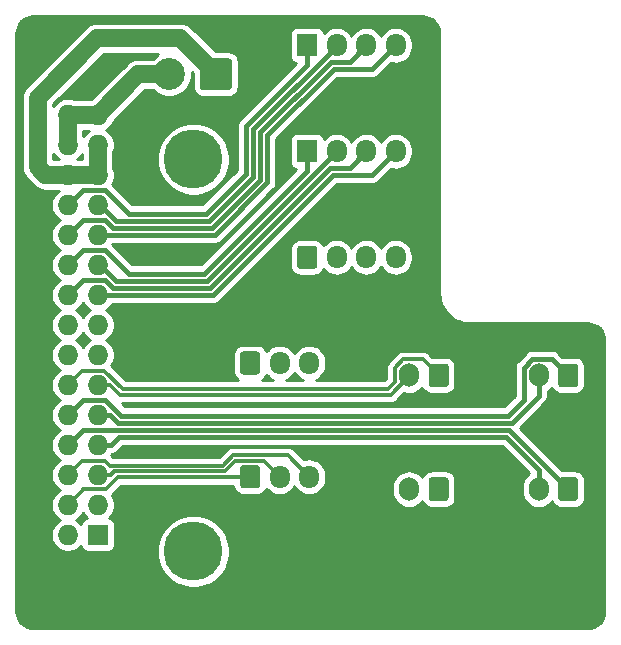
<source format=gbl>
G04 #@! TF.GenerationSoftware,KiCad,Pcbnew,(5.1.9)-1*
G04 #@! TF.CreationDate,2021-04-19T10:33:25-04:00*
G04 #@! TF.ProjectId,Transfer_Board,5472616e-7366-4657-925f-426f6172642e,rev?*
G04 #@! TF.SameCoordinates,Original*
G04 #@! TF.FileFunction,Copper,L2,Bot*
G04 #@! TF.FilePolarity,Positive*
%FSLAX46Y46*%
G04 Gerber Fmt 4.6, Leading zero omitted, Abs format (unit mm)*
G04 Created by KiCad (PCBNEW (5.1.9)-1) date 2021-04-19 10:33:25*
%MOMM*%
%LPD*%
G01*
G04 APERTURE LIST*
G04 #@! TA.AperFunction,ComponentPad*
%ADD10C,5.000000*%
G04 #@! TD*
G04 #@! TA.AperFunction,ComponentPad*
%ADD11O,1.700000X1.950000*%
G04 #@! TD*
G04 #@! TA.AperFunction,ComponentPad*
%ADD12O,1.700000X2.000000*%
G04 #@! TD*
G04 #@! TA.AperFunction,ComponentPad*
%ADD13R,1.700000X1.950000*%
G04 #@! TD*
G04 #@! TA.AperFunction,ComponentPad*
%ADD14O,1.727200X1.727200*%
G04 #@! TD*
G04 #@! TA.AperFunction,ComponentPad*
%ADD15R,1.727200X1.727200*%
G04 #@! TD*
G04 #@! TA.AperFunction,ComponentPad*
%ADD16C,2.700000*%
G04 #@! TD*
G04 #@! TA.AperFunction,Conductor*
%ADD17C,0.300000*%
G04 #@! TD*
G04 #@! TA.AperFunction,Conductor*
%ADD18C,1.500000*%
G04 #@! TD*
G04 #@! TA.AperFunction,Conductor*
%ADD19C,0.400000*%
G04 #@! TD*
G04 #@! TA.AperFunction,NonConductor*
%ADD20C,0.254000*%
G04 #@! TD*
G04 #@! TA.AperFunction,NonConductor*
%ADD21C,0.100000*%
G04 #@! TD*
G04 APERTURE END LIST*
D10*
X115600000Y-92900000D03*
X115600000Y-59700000D03*
D11*
X132730000Y-68000000D03*
X130230000Y-68000000D03*
X127730000Y-68000000D03*
G04 #@! TA.AperFunction,ComponentPad*
G36*
G01*
X124380000Y-68725000D02*
X124380000Y-67275000D01*
G75*
G02*
X124630000Y-67025000I250000J0D01*
G01*
X125830000Y-67025000D01*
G75*
G02*
X126080000Y-67275000I0J-250000D01*
G01*
X126080000Y-68725000D01*
G75*
G02*
X125830000Y-68975000I-250000J0D01*
G01*
X124630000Y-68975000D01*
G75*
G02*
X124380000Y-68725000I0J250000D01*
G01*
G37*
G04 #@! TD.AperFunction*
D12*
X133858000Y-78000000D03*
G04 #@! TA.AperFunction,ComponentPad*
G36*
G01*
X137208000Y-77250000D02*
X137208000Y-78750000D01*
G75*
G02*
X136958000Y-79000000I-250000J0D01*
G01*
X135758000Y-79000000D01*
G75*
G02*
X135508000Y-78750000I0J250000D01*
G01*
X135508000Y-77250000D01*
G75*
G02*
X135758000Y-77000000I250000J0D01*
G01*
X136958000Y-77000000D01*
G75*
G02*
X137208000Y-77250000I0J-250000D01*
G01*
G37*
G04 #@! TD.AperFunction*
D11*
X132730000Y-59025000D03*
X130230000Y-59025000D03*
X127730000Y-59025000D03*
D13*
X125230000Y-59025000D03*
D11*
X125396000Y-76950000D03*
X122896000Y-76950000D03*
G04 #@! TA.AperFunction,ComponentPad*
G36*
G01*
X119546000Y-77675000D02*
X119546000Y-76225000D01*
G75*
G02*
X119796000Y-75975000I250000J0D01*
G01*
X120996000Y-75975000D01*
G75*
G02*
X121246000Y-76225000I0J-250000D01*
G01*
X121246000Y-77675000D01*
G75*
G02*
X120996000Y-77925000I-250000J0D01*
G01*
X119796000Y-77925000D01*
G75*
G02*
X119546000Y-77675000I0J250000D01*
G01*
G37*
G04 #@! TD.AperFunction*
D12*
X133858000Y-87630000D03*
G04 #@! TA.AperFunction,ComponentPad*
G36*
G01*
X137208000Y-86880000D02*
X137208000Y-88380000D01*
G75*
G02*
X136958000Y-88630000I-250000J0D01*
G01*
X135758000Y-88630000D01*
G75*
G02*
X135508000Y-88380000I0J250000D01*
G01*
X135508000Y-86880000D01*
G75*
G02*
X135758000Y-86630000I250000J0D01*
G01*
X136958000Y-86630000D01*
G75*
G02*
X137208000Y-86880000I0J-250000D01*
G01*
G37*
G04 #@! TD.AperFunction*
D14*
X104960000Y-55940000D03*
X107500000Y-55940000D03*
X104960000Y-58480000D03*
X107500000Y-58480000D03*
X104960000Y-61020000D03*
X107500000Y-61020000D03*
X104960000Y-63560000D03*
X107500000Y-63560000D03*
X104960000Y-66100000D03*
X107500000Y-66100000D03*
X104960000Y-68640000D03*
X107500000Y-68640000D03*
X104960000Y-71180000D03*
X107500000Y-71180000D03*
X104960000Y-73720000D03*
X107500000Y-73720000D03*
X104960000Y-76260000D03*
X107500000Y-76260000D03*
X104960000Y-78800000D03*
X107500000Y-78800000D03*
X104960000Y-81340000D03*
X107500000Y-81340000D03*
X104960000Y-83880000D03*
X107500000Y-83880000D03*
X104960000Y-86420000D03*
X107500000Y-86420000D03*
X104960000Y-88960000D03*
X107500000Y-88960000D03*
X104960000Y-91500000D03*
D15*
X107500000Y-91500000D03*
G04 #@! TA.AperFunction,ComponentPad*
G36*
G01*
X148170000Y-86880000D02*
X148170000Y-88380000D01*
G75*
G02*
X147920000Y-88630000I-250000J0D01*
G01*
X146720000Y-88630000D01*
G75*
G02*
X146470000Y-88380000I0J250000D01*
G01*
X146470000Y-86880000D01*
G75*
G02*
X146720000Y-86630000I250000J0D01*
G01*
X147920000Y-86630000D01*
G75*
G02*
X148170000Y-86880000I0J-250000D01*
G01*
G37*
G04 #@! TD.AperFunction*
D12*
X144820000Y-87630000D03*
D11*
X132730000Y-50050000D03*
X130230000Y-50050000D03*
X127730000Y-50050000D03*
D13*
X125230000Y-50050000D03*
G04 #@! TA.AperFunction,ComponentPad*
G36*
G01*
X148170000Y-77250000D02*
X148170000Y-78750000D01*
G75*
G02*
X147920000Y-79000000I-250000J0D01*
G01*
X146720000Y-79000000D01*
G75*
G02*
X146470000Y-78750000I0J250000D01*
G01*
X146470000Y-77250000D01*
G75*
G02*
X146720000Y-77000000I250000J0D01*
G01*
X147920000Y-77000000D01*
G75*
G02*
X148170000Y-77250000I0J-250000D01*
G01*
G37*
G04 #@! TD.AperFunction*
D12*
X144820000Y-78000000D03*
G04 #@! TA.AperFunction,ComponentPad*
G36*
G01*
X118850000Y-51400001D02*
X118850000Y-53599999D01*
G75*
G02*
X118599999Y-53850000I-250001J0D01*
G01*
X116400001Y-53850000D01*
G75*
G02*
X116150000Y-53599999I0J250001D01*
G01*
X116150000Y-51400001D01*
G75*
G02*
X116400001Y-51150000I250001J0D01*
G01*
X118599999Y-51150000D01*
G75*
G02*
X118850000Y-51400001I0J-250001D01*
G01*
G37*
G04 #@! TD.AperFunction*
D16*
X113540000Y-52500000D03*
D11*
X125396000Y-86580000D03*
X122896000Y-86580000D03*
G04 #@! TA.AperFunction,ComponentPad*
G36*
G01*
X119546000Y-87305000D02*
X119546000Y-85855000D01*
G75*
G02*
X119796000Y-85605000I250000J0D01*
G01*
X120996000Y-85605000D01*
G75*
G02*
X121246000Y-85855000I0J-250000D01*
G01*
X121246000Y-87305000D01*
G75*
G02*
X120996000Y-87555000I-250000J0D01*
G01*
X119796000Y-87555000D01*
G75*
G02*
X119546000Y-87305000I0J250000D01*
G01*
G37*
G04 #@! TD.AperFunction*
D17*
X118944400Y-84754980D02*
X123570980Y-84754980D01*
X108506110Y-85629980D02*
X118069400Y-85629980D01*
X123595980Y-84779980D02*
X125396000Y-86580000D01*
X123570980Y-84754980D02*
X123595980Y-84779980D01*
X108082529Y-85206399D02*
X108506110Y-85629980D01*
X106173601Y-85206399D02*
X108082529Y-85206399D01*
X118069400Y-85629980D02*
X118944400Y-84754980D01*
X104960000Y-86420000D02*
X106173601Y-85206399D01*
X122896000Y-86580000D02*
X122569546Y-86580000D01*
X108622720Y-86420000D02*
X107500000Y-86420000D01*
X108912730Y-86129990D02*
X108622720Y-86420000D01*
X118276510Y-86129990D02*
X108912730Y-86129990D01*
X119151510Y-85254990D02*
X118276510Y-86129990D01*
X121570990Y-85254990D02*
X119151510Y-85254990D01*
X122896000Y-86580000D02*
X121570990Y-85254990D01*
X109204000Y-86630000D02*
X120346000Y-86630000D01*
X120346000Y-86630000D02*
X120396000Y-86580000D01*
X104960000Y-88960000D02*
X106163000Y-87757000D01*
X106286399Y-87633601D02*
X106163000Y-87757000D01*
X108200399Y-87633601D02*
X106286399Y-87633601D01*
X109204000Y-86630000D02*
X108200399Y-87633601D01*
D18*
X110940000Y-52500000D02*
X107500000Y-55940000D01*
X113540000Y-52500000D02*
X110940000Y-52500000D01*
X107500000Y-55940000D02*
X104960000Y-55940000D01*
X104960000Y-55940000D02*
X104960000Y-58480000D01*
X107500000Y-58480000D02*
X107500000Y-61020000D01*
X107500000Y-61020000D02*
X104960000Y-61020000D01*
X104960000Y-61020000D02*
X103057000Y-61020000D01*
X117500000Y-52500000D02*
X117500000Y-52476000D01*
X117500000Y-52476000D02*
X114490500Y-49466500D01*
X114490500Y-49466500D02*
X107442000Y-49466500D01*
X107442000Y-49466500D02*
X102425500Y-54483000D01*
X102425500Y-60388500D02*
X103057000Y-61020000D01*
X102425500Y-54483000D02*
X102425500Y-60388500D01*
D19*
X108521588Y-81340000D02*
X107500000Y-81340000D01*
X109185179Y-82003591D02*
X108521588Y-81340000D01*
X142532409Y-82003591D02*
X109185179Y-82003591D01*
X144820000Y-79716000D02*
X142532409Y-82003591D01*
X144820000Y-78000000D02*
X144820000Y-79716000D01*
X142243419Y-81403581D02*
X109470581Y-81403581D01*
X106223601Y-80076399D02*
X104960000Y-81340000D01*
X143569990Y-80077010D02*
X142243419Y-81403581D01*
X108143399Y-80076399D02*
X106223601Y-80076399D01*
X143569990Y-77332229D02*
X143569990Y-80077010D01*
X109470581Y-81403581D02*
X108143399Y-80076399D01*
X144302229Y-76599990D02*
X143569990Y-77332229D01*
X145919990Y-76599990D02*
X144302229Y-76599990D01*
X147320000Y-78000000D02*
X145919990Y-76599990D01*
X132730000Y-59025000D02*
X130754980Y-61000020D01*
X117272084Y-71180000D02*
X107500000Y-71180000D01*
X127452064Y-61000020D02*
X117272084Y-71180000D01*
X130754980Y-61000020D02*
X127452064Y-61000020D01*
X128854990Y-60400010D02*
X130230000Y-59025000D01*
X127203532Y-60400010D02*
X128854990Y-60400010D01*
X117023552Y-70579990D02*
X127203532Y-60400010D01*
X108770120Y-70579990D02*
X117023552Y-70579990D01*
X106223601Y-69916399D02*
X108106529Y-69916399D01*
X108106529Y-69916399D02*
X108770120Y-70579990D01*
X104960000Y-71180000D02*
X106223601Y-69916399D01*
X127730000Y-59025000D02*
X118115000Y-68640000D01*
X107500000Y-68640000D02*
X107500000Y-68739600D01*
X116775020Y-69979980D02*
X118115000Y-68640000D01*
X109018652Y-69979980D02*
X116775020Y-69979980D01*
X107678672Y-68640000D02*
X109018652Y-69979980D01*
X107500000Y-68640000D02*
X107678672Y-68640000D01*
X106223601Y-67376399D02*
X104960000Y-68640000D01*
X108106529Y-67376399D02*
X106223601Y-67376399D01*
X110110100Y-69379970D02*
X108106529Y-67376399D01*
X116526488Y-69379970D02*
X110110100Y-69379970D01*
X125230000Y-60676458D02*
X116526488Y-69379970D01*
X125230000Y-59025000D02*
X125230000Y-60676458D01*
X132730000Y-50050000D02*
X132703000Y-50050000D01*
X130754980Y-52025020D02*
X132730000Y-50050000D01*
X127472246Y-52025020D02*
X130754980Y-52025020D01*
X121850588Y-57646678D02*
X127472246Y-52025020D01*
X121850588Y-61664412D02*
X121850588Y-57646678D01*
X117415000Y-66100000D02*
X121850588Y-61664412D01*
X107500000Y-66100000D02*
X117415000Y-66100000D01*
X128854990Y-51425010D02*
X130230000Y-50050000D01*
X127223714Y-51425010D02*
X128854990Y-51425010D01*
X121250578Y-57398146D02*
X127223714Y-51425010D01*
X121250578Y-61415880D02*
X121250578Y-57398146D01*
X117166468Y-65499990D02*
X121250578Y-61415880D01*
X108770120Y-65499990D02*
X117166468Y-65499990D01*
X108106529Y-64836399D02*
X108770120Y-65499990D01*
X106223601Y-64836399D02*
X108106529Y-64836399D01*
X104960000Y-66100000D02*
X106223601Y-64836399D01*
X120650570Y-57149612D02*
X127730000Y-50070182D01*
X120650570Y-61167346D02*
X120650570Y-57149612D01*
X116917936Y-64899980D02*
X120650570Y-61167346D01*
X127730000Y-50070182D02*
X127730000Y-50050000D01*
X109018652Y-64899980D02*
X116917936Y-64899980D01*
X107678672Y-63560000D02*
X109018652Y-64899980D01*
X107500000Y-63560000D02*
X107678672Y-63560000D01*
X108106529Y-62296399D02*
X106223601Y-62296399D01*
X110110100Y-64299970D02*
X108106529Y-62296399D01*
X106223601Y-62296399D02*
X104960000Y-63560000D01*
X116669404Y-64299970D02*
X110110100Y-64299970D01*
X120050560Y-60918814D02*
X116669404Y-64299970D01*
X120050560Y-56901080D02*
X120050560Y-60918814D01*
X125230000Y-51721640D02*
X120050560Y-56901080D01*
X125230000Y-50050000D02*
X125230000Y-51721640D01*
X142045069Y-83203611D02*
X144820000Y-85978542D01*
X109328389Y-83203611D02*
X142045069Y-83203611D01*
X144820000Y-85978542D02*
X144820000Y-87630000D01*
X108652000Y-83880000D02*
X109328389Y-83203611D01*
X107500000Y-83880000D02*
X108652000Y-83880000D01*
X142293601Y-82603601D02*
X147320000Y-87630000D01*
X106236399Y-82603601D02*
X142293601Y-82603601D01*
X104960000Y-83880000D02*
X106236399Y-82603601D01*
D17*
X133858000Y-78000000D02*
X133858000Y-78304120D01*
X133858000Y-78000000D02*
X133858000Y-78050120D01*
X107607961Y-78800000D02*
X107500000Y-78800000D01*
X133858000Y-78050120D02*
X132287110Y-79621010D01*
X107500000Y-78800000D02*
X108572880Y-78800000D01*
X109393890Y-79621010D02*
X132287110Y-79621010D01*
X108572880Y-78800000D02*
X109393890Y-79621010D01*
X135007990Y-76649990D02*
X136358000Y-78000000D01*
X133360940Y-76649990D02*
X135007990Y-76649990D01*
X132657990Y-77352940D02*
X133360940Y-76649990D01*
X132657990Y-78543010D02*
X132657990Y-77352940D01*
X132080000Y-79121000D02*
X132657990Y-78543010D01*
X109601000Y-79121000D02*
X132080000Y-79121000D01*
X108066399Y-77586399D02*
X109601000Y-79121000D01*
X106173601Y-77586399D02*
X108066399Y-77586399D01*
X104960000Y-78800000D02*
X106173601Y-77586399D01*
X107500000Y-91463250D02*
X107500000Y-91500000D01*
D20*
X135270982Y-47631457D02*
X135531634Y-47710153D01*
X135772045Y-47837982D01*
X135983044Y-48010069D01*
X136156602Y-48219864D01*
X136286102Y-48459371D01*
X136366618Y-48719476D01*
X136398001Y-49018061D01*
X136398000Y-71029565D01*
X136400614Y-71056103D01*
X136400527Y-71068524D01*
X136401347Y-71076890D01*
X136442148Y-71465082D01*
X136453109Y-71518479D01*
X136463343Y-71572126D01*
X136465772Y-71580172D01*
X136581196Y-71953047D01*
X136602359Y-72003391D01*
X136622780Y-72053935D01*
X136626725Y-72061356D01*
X136812376Y-72404711D01*
X136842907Y-72449975D01*
X136872765Y-72495602D01*
X136878077Y-72502116D01*
X137126883Y-72802871D01*
X137165626Y-72841344D01*
X137203774Y-72880299D01*
X137210250Y-72885657D01*
X137512735Y-73132358D01*
X137558179Y-73162551D01*
X137603201Y-73193378D01*
X137610594Y-73197376D01*
X137955236Y-73380626D01*
X138005671Y-73401414D01*
X138055833Y-73422913D01*
X138063858Y-73425397D01*
X138063864Y-73425399D01*
X138437534Y-73538216D01*
X138491051Y-73548813D01*
X138544427Y-73560158D01*
X138552786Y-73561037D01*
X138941255Y-73599127D01*
X138941263Y-73599127D01*
X138970434Y-73602000D01*
X148970556Y-73602000D01*
X149270982Y-73631457D01*
X149531634Y-73710153D01*
X149772045Y-73837982D01*
X149983044Y-74010069D01*
X150156602Y-74219864D01*
X150286102Y-74459371D01*
X150366618Y-74719476D01*
X150398001Y-75018061D01*
X150398000Y-97970556D01*
X150368543Y-98270979D01*
X150289847Y-98531636D01*
X150162020Y-98772042D01*
X149989930Y-98983045D01*
X149780139Y-99156600D01*
X149540629Y-99286102D01*
X149280524Y-99366618D01*
X148981948Y-99398000D01*
X102029444Y-99398000D01*
X101729021Y-99368543D01*
X101468364Y-99289847D01*
X101227958Y-99162020D01*
X101016955Y-98989930D01*
X100843400Y-98780139D01*
X100713898Y-98540629D01*
X100633382Y-98280524D01*
X100602000Y-97981948D01*
X100602000Y-54483000D01*
X101092081Y-54483000D01*
X101098500Y-54548174D01*
X101098501Y-60323316D01*
X101092081Y-60388500D01*
X101117702Y-60648637D01*
X101193581Y-60898777D01*
X101316802Y-61129308D01*
X101426982Y-61263562D01*
X101482631Y-61331370D01*
X101533261Y-61372921D01*
X102072575Y-61912235D01*
X102114130Y-61962870D01*
X102316192Y-62128698D01*
X102546722Y-62251919D01*
X102796863Y-62327799D01*
X102991816Y-62347000D01*
X102991826Y-62347000D01*
X103057000Y-62353419D01*
X103122174Y-62347000D01*
X104182371Y-62347000D01*
X104041671Y-62441013D01*
X103841013Y-62641671D01*
X103683357Y-62877620D01*
X103574762Y-63139793D01*
X103519400Y-63418113D01*
X103519400Y-63701887D01*
X103574762Y-63980207D01*
X103683357Y-64242380D01*
X103841013Y-64478329D01*
X104041671Y-64678987D01*
X104267678Y-64830000D01*
X104041671Y-64981013D01*
X103841013Y-65181671D01*
X103683357Y-65417620D01*
X103574762Y-65679793D01*
X103519400Y-65958113D01*
X103519400Y-66241887D01*
X103574762Y-66520207D01*
X103683357Y-66782380D01*
X103841013Y-67018329D01*
X104041671Y-67218987D01*
X104267678Y-67370000D01*
X104041671Y-67521013D01*
X103841013Y-67721671D01*
X103683357Y-67957620D01*
X103574762Y-68219793D01*
X103519400Y-68498113D01*
X103519400Y-68781887D01*
X103574762Y-69060207D01*
X103683357Y-69322380D01*
X103841013Y-69558329D01*
X104041671Y-69758987D01*
X104267678Y-69910000D01*
X104041671Y-70061013D01*
X103841013Y-70261671D01*
X103683357Y-70497620D01*
X103574762Y-70759793D01*
X103519400Y-71038113D01*
X103519400Y-71321887D01*
X103574762Y-71600207D01*
X103683357Y-71862380D01*
X103841013Y-72098329D01*
X104041671Y-72298987D01*
X104267678Y-72450000D01*
X104041671Y-72601013D01*
X103841013Y-72801671D01*
X103683357Y-73037620D01*
X103574762Y-73299793D01*
X103519400Y-73578113D01*
X103519400Y-73861887D01*
X103574762Y-74140207D01*
X103683357Y-74402380D01*
X103841013Y-74638329D01*
X104041671Y-74838987D01*
X104267678Y-74990000D01*
X104041671Y-75141013D01*
X103841013Y-75341671D01*
X103683357Y-75577620D01*
X103574762Y-75839793D01*
X103519400Y-76118113D01*
X103519400Y-76401887D01*
X103574762Y-76680207D01*
X103683357Y-76942380D01*
X103841013Y-77178329D01*
X104041671Y-77378987D01*
X104267678Y-77530000D01*
X104041671Y-77681013D01*
X103841013Y-77881671D01*
X103683357Y-78117620D01*
X103574762Y-78379793D01*
X103519400Y-78658113D01*
X103519400Y-78941887D01*
X103574762Y-79220207D01*
X103683357Y-79482380D01*
X103841013Y-79718329D01*
X104041671Y-79918987D01*
X104267678Y-80070000D01*
X104041671Y-80221013D01*
X103841013Y-80421671D01*
X103683357Y-80657620D01*
X103574762Y-80919793D01*
X103519400Y-81198113D01*
X103519400Y-81481887D01*
X103574762Y-81760207D01*
X103683357Y-82022380D01*
X103841013Y-82258329D01*
X104041671Y-82458987D01*
X104267678Y-82610000D01*
X104041671Y-82761013D01*
X103841013Y-82961671D01*
X103683357Y-83197620D01*
X103574762Y-83459793D01*
X103519400Y-83738113D01*
X103519400Y-84021887D01*
X103574762Y-84300207D01*
X103683357Y-84562380D01*
X103841013Y-84798329D01*
X104041671Y-84998987D01*
X104267678Y-85150000D01*
X104041671Y-85301013D01*
X103841013Y-85501671D01*
X103683357Y-85737620D01*
X103574762Y-85999793D01*
X103519400Y-86278113D01*
X103519400Y-86561887D01*
X103574762Y-86840207D01*
X103683357Y-87102380D01*
X103841013Y-87338329D01*
X104041671Y-87538987D01*
X104267678Y-87690000D01*
X104041671Y-87841013D01*
X103841013Y-88041671D01*
X103683357Y-88277620D01*
X103574762Y-88539793D01*
X103519400Y-88818113D01*
X103519400Y-89101887D01*
X103574762Y-89380207D01*
X103683357Y-89642380D01*
X103841013Y-89878329D01*
X104041671Y-90078987D01*
X104267678Y-90230000D01*
X104041671Y-90381013D01*
X103841013Y-90581671D01*
X103683357Y-90817620D01*
X103574762Y-91079793D01*
X103519400Y-91358113D01*
X103519400Y-91641887D01*
X103574762Y-91920207D01*
X103683357Y-92182380D01*
X103841013Y-92418329D01*
X104041671Y-92618987D01*
X104277620Y-92776643D01*
X104539793Y-92885238D01*
X104818113Y-92940600D01*
X105101887Y-92940600D01*
X105380207Y-92885238D01*
X105642380Y-92776643D01*
X105878329Y-92618987D01*
X106063523Y-92433793D01*
X106067750Y-92476712D01*
X106100743Y-92585476D01*
X106154321Y-92685715D01*
X106226426Y-92773574D01*
X106314285Y-92845679D01*
X106414524Y-92899257D01*
X106523288Y-92932250D01*
X106636400Y-92943391D01*
X108363600Y-92943391D01*
X108476712Y-92932250D01*
X108585476Y-92899257D01*
X108685715Y-92845679D01*
X108773574Y-92773574D01*
X108845679Y-92685715D01*
X108893128Y-92596942D01*
X112523000Y-92596942D01*
X112523000Y-93203058D01*
X112641248Y-93797528D01*
X112873198Y-94357506D01*
X113209938Y-94861473D01*
X113638527Y-95290062D01*
X114142494Y-95626802D01*
X114702472Y-95858752D01*
X115296942Y-95977000D01*
X115903058Y-95977000D01*
X116497528Y-95858752D01*
X117057506Y-95626802D01*
X117561473Y-95290062D01*
X117990062Y-94861473D01*
X118326802Y-94357506D01*
X118558752Y-93797528D01*
X118677000Y-93203058D01*
X118677000Y-92596942D01*
X118558752Y-92002472D01*
X118326802Y-91442494D01*
X117990062Y-90938527D01*
X117561473Y-90509938D01*
X117057506Y-90173198D01*
X116497528Y-89941248D01*
X115903058Y-89823000D01*
X115296942Y-89823000D01*
X114702472Y-89941248D01*
X114142494Y-90173198D01*
X113638527Y-90509938D01*
X113209938Y-90938527D01*
X112873198Y-91442494D01*
X112641248Y-92002472D01*
X112523000Y-92596942D01*
X108893128Y-92596942D01*
X108899257Y-92585476D01*
X108932250Y-92476712D01*
X108943391Y-92363600D01*
X108943391Y-90636400D01*
X108932250Y-90523288D01*
X108899257Y-90414524D01*
X108845679Y-90314285D01*
X108773574Y-90226426D01*
X108685715Y-90154321D01*
X108585476Y-90100743D01*
X108476712Y-90067750D01*
X108433793Y-90063523D01*
X108618987Y-89878329D01*
X108776643Y-89642380D01*
X108885238Y-89380207D01*
X108940600Y-89101887D01*
X108940600Y-88818113D01*
X108885238Y-88539793D01*
X108776643Y-88277620D01*
X108700497Y-88163660D01*
X108716953Y-88150155D01*
X108739725Y-88122408D01*
X109505133Y-87357000D01*
X118971330Y-87357000D01*
X118982153Y-87466884D01*
X119029373Y-87622547D01*
X119106054Y-87766007D01*
X119209249Y-87891751D01*
X119334993Y-87994946D01*
X119478453Y-88071627D01*
X119634116Y-88118847D01*
X119796000Y-88134791D01*
X120996000Y-88134791D01*
X121157884Y-88118847D01*
X121313547Y-88071627D01*
X121457007Y-87994946D01*
X121582751Y-87891751D01*
X121685946Y-87766007D01*
X121762627Y-87622547D01*
X121773518Y-87586644D01*
X121882078Y-87718923D01*
X122099367Y-87897248D01*
X122347270Y-88029755D01*
X122616260Y-88111352D01*
X122896000Y-88138904D01*
X123175741Y-88111352D01*
X123444731Y-88029755D01*
X123692634Y-87897248D01*
X123909923Y-87718923D01*
X124088248Y-87501633D01*
X124146000Y-87393587D01*
X124203752Y-87501634D01*
X124382078Y-87718923D01*
X124599367Y-87897248D01*
X124847270Y-88029755D01*
X125116260Y-88111352D01*
X125396000Y-88138904D01*
X125675741Y-88111352D01*
X125944731Y-88029755D01*
X126192634Y-87897248D01*
X126409923Y-87718923D01*
X126588248Y-87501633D01*
X126637279Y-87409902D01*
X132431000Y-87409902D01*
X132431000Y-87850097D01*
X132451648Y-88059740D01*
X132533245Y-88328730D01*
X132665752Y-88576633D01*
X132844077Y-88793922D01*
X133061366Y-88972248D01*
X133309269Y-89104755D01*
X133578259Y-89186352D01*
X133858000Y-89213904D01*
X134137740Y-89186352D01*
X134406730Y-89104755D01*
X134654633Y-88972248D01*
X134871922Y-88793923D01*
X134980482Y-88661644D01*
X134991373Y-88697547D01*
X135068054Y-88841007D01*
X135171249Y-88966751D01*
X135296993Y-89069946D01*
X135440453Y-89146627D01*
X135596116Y-89193847D01*
X135758000Y-89209791D01*
X136958000Y-89209791D01*
X137119884Y-89193847D01*
X137275547Y-89146627D01*
X137419007Y-89069946D01*
X137544751Y-88966751D01*
X137647946Y-88841007D01*
X137724627Y-88697547D01*
X137771847Y-88541884D01*
X137787791Y-88380000D01*
X137787791Y-86880000D01*
X137771847Y-86718116D01*
X137724627Y-86562453D01*
X137647946Y-86418993D01*
X137544751Y-86293249D01*
X137419007Y-86190054D01*
X137275547Y-86113373D01*
X137119884Y-86066153D01*
X136958000Y-86050209D01*
X135758000Y-86050209D01*
X135596116Y-86066153D01*
X135440453Y-86113373D01*
X135296993Y-86190054D01*
X135171249Y-86293249D01*
X135068054Y-86418993D01*
X134991373Y-86562453D01*
X134980482Y-86598356D01*
X134871923Y-86466077D01*
X134654634Y-86287752D01*
X134406731Y-86155245D01*
X134137741Y-86073648D01*
X133858000Y-86046096D01*
X133578260Y-86073648D01*
X133309270Y-86155245D01*
X133061367Y-86287752D01*
X132844078Y-86466077D01*
X132665752Y-86683366D01*
X132533245Y-86931269D01*
X132451648Y-87200259D01*
X132431000Y-87409902D01*
X126637279Y-87409902D01*
X126720755Y-87253730D01*
X126802352Y-86984740D01*
X126823000Y-86775097D01*
X126823000Y-86384902D01*
X126802352Y-86175259D01*
X126720755Y-85906269D01*
X126588248Y-85658366D01*
X126409922Y-85441077D01*
X126192633Y-85262752D01*
X125944730Y-85130245D01*
X125675740Y-85048648D01*
X125396000Y-85021096D01*
X125116259Y-85048648D01*
X124944794Y-85100661D01*
X124110306Y-84266174D01*
X124087534Y-84238426D01*
X123976833Y-84147577D01*
X123850537Y-84080070D01*
X123713497Y-84038500D01*
X123606688Y-84027980D01*
X123570980Y-84024463D01*
X123535272Y-84027980D01*
X118980108Y-84027980D01*
X118944400Y-84024463D01*
X118801882Y-84038500D01*
X118664843Y-84080070D01*
X118538547Y-84147577D01*
X118427846Y-84238426D01*
X118405083Y-84266163D01*
X117768267Y-84902980D01*
X108807242Y-84902980D01*
X108652474Y-84748212D01*
X108715058Y-84654548D01*
X108804319Y-84645757D01*
X108950784Y-84601327D01*
X109085766Y-84529177D01*
X109204080Y-84432080D01*
X109228412Y-84402431D01*
X109650233Y-83980611D01*
X141723226Y-83980611D01*
X144027928Y-86285314D01*
X144023367Y-86287752D01*
X143806078Y-86466077D01*
X143627752Y-86683366D01*
X143495245Y-86931269D01*
X143413648Y-87200259D01*
X143393000Y-87409902D01*
X143393000Y-87850097D01*
X143413648Y-88059740D01*
X143495245Y-88328730D01*
X143627752Y-88576633D01*
X143806077Y-88793922D01*
X144023366Y-88972248D01*
X144271269Y-89104755D01*
X144540259Y-89186352D01*
X144820000Y-89213904D01*
X145099740Y-89186352D01*
X145368730Y-89104755D01*
X145616633Y-88972248D01*
X145833922Y-88793923D01*
X145942482Y-88661644D01*
X145953373Y-88697547D01*
X146030054Y-88841007D01*
X146133249Y-88966751D01*
X146258993Y-89069946D01*
X146402453Y-89146627D01*
X146558116Y-89193847D01*
X146720000Y-89209791D01*
X147920000Y-89209791D01*
X148081884Y-89193847D01*
X148237547Y-89146627D01*
X148381007Y-89069946D01*
X148506751Y-88966751D01*
X148609946Y-88841007D01*
X148686627Y-88697547D01*
X148733847Y-88541884D01*
X148749791Y-88380000D01*
X148749791Y-86880000D01*
X148733847Y-86718116D01*
X148686627Y-86562453D01*
X148609946Y-86418993D01*
X148506751Y-86293249D01*
X148381007Y-86190054D01*
X148237547Y-86113373D01*
X148081884Y-86066153D01*
X147920000Y-86050209D01*
X146839053Y-86050209D01*
X143211843Y-82423000D01*
X145342436Y-80292408D01*
X145372080Y-80268080D01*
X145403882Y-80229329D01*
X145469177Y-80149767D01*
X145541327Y-80014784D01*
X145585757Y-79868319D01*
X145597000Y-79754166D01*
X145597000Y-79754157D01*
X145600758Y-79716001D01*
X145597000Y-79677845D01*
X145597000Y-79352742D01*
X145616633Y-79342248D01*
X145833922Y-79163923D01*
X145942482Y-79031644D01*
X145953373Y-79067547D01*
X146030054Y-79211007D01*
X146133249Y-79336751D01*
X146258993Y-79439946D01*
X146402453Y-79516627D01*
X146558116Y-79563847D01*
X146720000Y-79579791D01*
X147920000Y-79579791D01*
X148081884Y-79563847D01*
X148237547Y-79516627D01*
X148381007Y-79439946D01*
X148506751Y-79336751D01*
X148609946Y-79211007D01*
X148686627Y-79067547D01*
X148733847Y-78911884D01*
X148749791Y-78750000D01*
X148749791Y-77250000D01*
X148733847Y-77088116D01*
X148686627Y-76932453D01*
X148609946Y-76788993D01*
X148506751Y-76663249D01*
X148381007Y-76560054D01*
X148237547Y-76483373D01*
X148081884Y-76436153D01*
X147920000Y-76420209D01*
X146839052Y-76420209D01*
X146496402Y-76077559D01*
X146472070Y-76047910D01*
X146353756Y-75950813D01*
X146218774Y-75878663D01*
X146072309Y-75834233D01*
X145958156Y-75822990D01*
X145958153Y-75822990D01*
X145919990Y-75819231D01*
X145881827Y-75822990D01*
X144340384Y-75822990D01*
X144302228Y-75819232D01*
X144264072Y-75822990D01*
X144264063Y-75822990D01*
X144149910Y-75834233D01*
X144003445Y-75878663D01*
X143868462Y-75950813D01*
X143779794Y-76023581D01*
X143750149Y-76047910D01*
X143725821Y-76077554D01*
X143047559Y-76755817D01*
X143017910Y-76780149D01*
X142993581Y-76809795D01*
X142920813Y-76898463D01*
X142904198Y-76929548D01*
X142848663Y-77033446D01*
X142804233Y-77179911D01*
X142792990Y-77294063D01*
X142789231Y-77332229D01*
X142792990Y-77370393D01*
X142792991Y-79755165D01*
X141921576Y-80626581D01*
X109792425Y-80626581D01*
X109513854Y-80348010D01*
X132251402Y-80348010D01*
X132287110Y-80351527D01*
X132429627Y-80337490D01*
X132429630Y-80337489D01*
X132566667Y-80295920D01*
X132692963Y-80228413D01*
X132803664Y-80137564D01*
X132826435Y-80109817D01*
X133426067Y-79510185D01*
X133578259Y-79556352D01*
X133858000Y-79583904D01*
X134137740Y-79556352D01*
X134406730Y-79474755D01*
X134654633Y-79342248D01*
X134871922Y-79163923D01*
X134980482Y-79031644D01*
X134991373Y-79067547D01*
X135068054Y-79211007D01*
X135171249Y-79336751D01*
X135296993Y-79439946D01*
X135440453Y-79516627D01*
X135596116Y-79563847D01*
X135758000Y-79579791D01*
X136958000Y-79579791D01*
X137119884Y-79563847D01*
X137275547Y-79516627D01*
X137419007Y-79439946D01*
X137544751Y-79336751D01*
X137647946Y-79211007D01*
X137724627Y-79067547D01*
X137771847Y-78911884D01*
X137787791Y-78750000D01*
X137787791Y-77250000D01*
X137771847Y-77088116D01*
X137724627Y-76932453D01*
X137647946Y-76788993D01*
X137544751Y-76663249D01*
X137419007Y-76560054D01*
X137275547Y-76483373D01*
X137119884Y-76436153D01*
X136958000Y-76420209D01*
X135806341Y-76420209D01*
X135547316Y-76161184D01*
X135524544Y-76133436D01*
X135413843Y-76042587D01*
X135287547Y-75975080D01*
X135150507Y-75933510D01*
X135043698Y-75922990D01*
X135007990Y-75919473D01*
X134972282Y-75922990D01*
X133396645Y-75922990D01*
X133360939Y-75919473D01*
X133325234Y-75922990D01*
X133325232Y-75922990D01*
X133218423Y-75933510D01*
X133081383Y-75975080D01*
X132955087Y-76042587D01*
X132844386Y-76133436D01*
X132821619Y-76161179D01*
X132169179Y-76813619D01*
X132141437Y-76836386D01*
X132064983Y-76929547D01*
X132050588Y-76947087D01*
X131983080Y-77073384D01*
X131941510Y-77210423D01*
X131927473Y-77352940D01*
X131930991Y-77388658D01*
X131930990Y-78241877D01*
X131778868Y-78394000D01*
X125955498Y-78394000D01*
X126192634Y-78267248D01*
X126409923Y-78088923D01*
X126588248Y-77871633D01*
X126720755Y-77623730D01*
X126802352Y-77354740D01*
X126823000Y-77145097D01*
X126823000Y-76754902D01*
X126802352Y-76545259D01*
X126720755Y-76276269D01*
X126588248Y-76028366D01*
X126409922Y-75811077D01*
X126192633Y-75632752D01*
X125944730Y-75500245D01*
X125675740Y-75418648D01*
X125396000Y-75391096D01*
X125116259Y-75418648D01*
X124847269Y-75500245D01*
X124599366Y-75632752D01*
X124382077Y-75811078D01*
X124203752Y-76028367D01*
X124146000Y-76136413D01*
X124088248Y-76028366D01*
X123909922Y-75811077D01*
X123692633Y-75632752D01*
X123444730Y-75500245D01*
X123175740Y-75418648D01*
X122896000Y-75391096D01*
X122616259Y-75418648D01*
X122347269Y-75500245D01*
X122099366Y-75632752D01*
X121882077Y-75811078D01*
X121773518Y-75943357D01*
X121762627Y-75907453D01*
X121685946Y-75763993D01*
X121582751Y-75638249D01*
X121457007Y-75535054D01*
X121313547Y-75458373D01*
X121157884Y-75411153D01*
X120996000Y-75395209D01*
X119796000Y-75395209D01*
X119634116Y-75411153D01*
X119478453Y-75458373D01*
X119334993Y-75535054D01*
X119209249Y-75638249D01*
X119106054Y-75763993D01*
X119029373Y-75907453D01*
X118982153Y-76063116D01*
X118966209Y-76225000D01*
X118966209Y-77675000D01*
X118982153Y-77836884D01*
X119029373Y-77992547D01*
X119106054Y-78136007D01*
X119209249Y-78261751D01*
X119334993Y-78364946D01*
X119389349Y-78394000D01*
X109902133Y-78394000D01*
X108646013Y-77137881D01*
X108776643Y-76942380D01*
X108885238Y-76680207D01*
X108940600Y-76401887D01*
X108940600Y-76118113D01*
X108885238Y-75839793D01*
X108776643Y-75577620D01*
X108618987Y-75341671D01*
X108418329Y-75141013D01*
X108192322Y-74990000D01*
X108418329Y-74838987D01*
X108618987Y-74638329D01*
X108776643Y-74402380D01*
X108885238Y-74140207D01*
X108940600Y-73861887D01*
X108940600Y-73578113D01*
X108885238Y-73299793D01*
X108776643Y-73037620D01*
X108618987Y-72801671D01*
X108418329Y-72601013D01*
X108192322Y-72450000D01*
X108418329Y-72298987D01*
X108618987Y-72098329D01*
X108713420Y-71957000D01*
X117233921Y-71957000D01*
X117272084Y-71960759D01*
X117310247Y-71957000D01*
X117310250Y-71957000D01*
X117424403Y-71945757D01*
X117570868Y-71901327D01*
X117705850Y-71829177D01*
X117824164Y-71732080D01*
X117848497Y-71702430D01*
X122275927Y-67275000D01*
X123800209Y-67275000D01*
X123800209Y-68725000D01*
X123816153Y-68886884D01*
X123863373Y-69042547D01*
X123940054Y-69186007D01*
X124043249Y-69311751D01*
X124168993Y-69414946D01*
X124312453Y-69491627D01*
X124468116Y-69538847D01*
X124630000Y-69554791D01*
X125830000Y-69554791D01*
X125991884Y-69538847D01*
X126147547Y-69491627D01*
X126291007Y-69414946D01*
X126416751Y-69311751D01*
X126519946Y-69186007D01*
X126596627Y-69042547D01*
X126607518Y-69006644D01*
X126716078Y-69138923D01*
X126933367Y-69317248D01*
X127181270Y-69449755D01*
X127450260Y-69531352D01*
X127730000Y-69558904D01*
X128009741Y-69531352D01*
X128278731Y-69449755D01*
X128526634Y-69317248D01*
X128743923Y-69138923D01*
X128922248Y-68921633D01*
X128980000Y-68813587D01*
X129037752Y-68921634D01*
X129216078Y-69138923D01*
X129433367Y-69317248D01*
X129681270Y-69449755D01*
X129950260Y-69531352D01*
X130230000Y-69558904D01*
X130509741Y-69531352D01*
X130778731Y-69449755D01*
X131026634Y-69317248D01*
X131243923Y-69138923D01*
X131422248Y-68921633D01*
X131480000Y-68813587D01*
X131537752Y-68921634D01*
X131716078Y-69138923D01*
X131933367Y-69317248D01*
X132181270Y-69449755D01*
X132450260Y-69531352D01*
X132730000Y-69558904D01*
X133009741Y-69531352D01*
X133278731Y-69449755D01*
X133526634Y-69317248D01*
X133743923Y-69138923D01*
X133922248Y-68921633D01*
X134054755Y-68673730D01*
X134136352Y-68404740D01*
X134157000Y-68195097D01*
X134157000Y-67804902D01*
X134136352Y-67595259D01*
X134054755Y-67326269D01*
X133922248Y-67078366D01*
X133743922Y-66861077D01*
X133526633Y-66682752D01*
X133278730Y-66550245D01*
X133009740Y-66468648D01*
X132730000Y-66441096D01*
X132450259Y-66468648D01*
X132181269Y-66550245D01*
X131933366Y-66682752D01*
X131716077Y-66861078D01*
X131537752Y-67078367D01*
X131480000Y-67186413D01*
X131422248Y-67078366D01*
X131243922Y-66861077D01*
X131026633Y-66682752D01*
X130778730Y-66550245D01*
X130509740Y-66468648D01*
X130230000Y-66441096D01*
X129950259Y-66468648D01*
X129681269Y-66550245D01*
X129433366Y-66682752D01*
X129216077Y-66861078D01*
X129037752Y-67078367D01*
X128980000Y-67186413D01*
X128922248Y-67078366D01*
X128743922Y-66861077D01*
X128526633Y-66682752D01*
X128278730Y-66550245D01*
X128009740Y-66468648D01*
X127730000Y-66441096D01*
X127450259Y-66468648D01*
X127181269Y-66550245D01*
X126933366Y-66682752D01*
X126716077Y-66861078D01*
X126607518Y-66993357D01*
X126596627Y-66957453D01*
X126519946Y-66813993D01*
X126416751Y-66688249D01*
X126291007Y-66585054D01*
X126147547Y-66508373D01*
X125991884Y-66461153D01*
X125830000Y-66445209D01*
X124630000Y-66445209D01*
X124468116Y-66461153D01*
X124312453Y-66508373D01*
X124168993Y-66585054D01*
X124043249Y-66688249D01*
X123940054Y-66813993D01*
X123863373Y-66957453D01*
X123816153Y-67113116D01*
X123800209Y-67275000D01*
X122275927Y-67275000D01*
X127773908Y-61777020D01*
X130716817Y-61777020D01*
X130754980Y-61780779D01*
X130793143Y-61777020D01*
X130793146Y-61777020D01*
X130907299Y-61765777D01*
X131053764Y-61721347D01*
X131188746Y-61649197D01*
X131307060Y-61552100D01*
X131331392Y-61522451D01*
X132333047Y-60520796D01*
X132450260Y-60556352D01*
X132730000Y-60583904D01*
X133009741Y-60556352D01*
X133278731Y-60474755D01*
X133526634Y-60342248D01*
X133743923Y-60163923D01*
X133922248Y-59946633D01*
X134054755Y-59698730D01*
X134136352Y-59429740D01*
X134157000Y-59220097D01*
X134157000Y-58829902D01*
X134136352Y-58620259D01*
X134054755Y-58351269D01*
X133922248Y-58103366D01*
X133743922Y-57886077D01*
X133526633Y-57707752D01*
X133278730Y-57575245D01*
X133009740Y-57493648D01*
X132730000Y-57466096D01*
X132450259Y-57493648D01*
X132181269Y-57575245D01*
X131933366Y-57707752D01*
X131716077Y-57886078D01*
X131537752Y-58103367D01*
X131480000Y-58211413D01*
X131422248Y-58103366D01*
X131243922Y-57886077D01*
X131026633Y-57707752D01*
X130778730Y-57575245D01*
X130509740Y-57493648D01*
X130230000Y-57466096D01*
X129950259Y-57493648D01*
X129681269Y-57575245D01*
X129433366Y-57707752D01*
X129216077Y-57886078D01*
X129037752Y-58103367D01*
X128980000Y-58211413D01*
X128922248Y-58103366D01*
X128743922Y-57886077D01*
X128526633Y-57707752D01*
X128278730Y-57575245D01*
X128009740Y-57493648D01*
X127730000Y-57466096D01*
X127450259Y-57493648D01*
X127181269Y-57575245D01*
X126933366Y-57707752D01*
X126716077Y-57886078D01*
X126651407Y-57964878D01*
X126648650Y-57936888D01*
X126615657Y-57828124D01*
X126562079Y-57727885D01*
X126489974Y-57640026D01*
X126402115Y-57567921D01*
X126301876Y-57514343D01*
X126193112Y-57481350D01*
X126080000Y-57470209D01*
X124380000Y-57470209D01*
X124266888Y-57481350D01*
X124158124Y-57514343D01*
X124057885Y-57567921D01*
X123970026Y-57640026D01*
X123897921Y-57727885D01*
X123844343Y-57828124D01*
X123811350Y-57936888D01*
X123800209Y-58050000D01*
X123800209Y-60000000D01*
X123811350Y-60113112D01*
X123844343Y-60221876D01*
X123897921Y-60322115D01*
X123970026Y-60409974D01*
X124057885Y-60482079D01*
X124158124Y-60535657D01*
X124245463Y-60562151D01*
X116204645Y-68602970D01*
X110431944Y-68602970D01*
X108710437Y-66881464D01*
X108713420Y-66877000D01*
X117376837Y-66877000D01*
X117415000Y-66880759D01*
X117453163Y-66877000D01*
X117453166Y-66877000D01*
X117567319Y-66865757D01*
X117713784Y-66821327D01*
X117848766Y-66749177D01*
X117967080Y-66652080D01*
X117991413Y-66622430D01*
X122373025Y-62240819D01*
X122402668Y-62216492D01*
X122499765Y-62098178D01*
X122571915Y-61963196D01*
X122616345Y-61816731D01*
X122627588Y-61702578D01*
X122627588Y-61702576D01*
X122631347Y-61664412D01*
X122627588Y-61626249D01*
X122627588Y-57968521D01*
X127794090Y-52802020D01*
X130716817Y-52802020D01*
X130754980Y-52805779D01*
X130793143Y-52802020D01*
X130793146Y-52802020D01*
X130907299Y-52790777D01*
X131053764Y-52746347D01*
X131188746Y-52674197D01*
X131307060Y-52577100D01*
X131331392Y-52547451D01*
X132333047Y-51545796D01*
X132450260Y-51581352D01*
X132730000Y-51608904D01*
X133009741Y-51581352D01*
X133278731Y-51499755D01*
X133526634Y-51367248D01*
X133743923Y-51188923D01*
X133922248Y-50971633D01*
X134054755Y-50723730D01*
X134136352Y-50454740D01*
X134157000Y-50245097D01*
X134157000Y-49854902D01*
X134136352Y-49645259D01*
X134054755Y-49376269D01*
X133922248Y-49128366D01*
X133743922Y-48911077D01*
X133526633Y-48732752D01*
X133278730Y-48600245D01*
X133009740Y-48518648D01*
X132730000Y-48491096D01*
X132450259Y-48518648D01*
X132181269Y-48600245D01*
X131933366Y-48732752D01*
X131716077Y-48911078D01*
X131537752Y-49128367D01*
X131480000Y-49236413D01*
X131422248Y-49128366D01*
X131243922Y-48911077D01*
X131026633Y-48732752D01*
X130778730Y-48600245D01*
X130509740Y-48518648D01*
X130230000Y-48491096D01*
X129950259Y-48518648D01*
X129681269Y-48600245D01*
X129433366Y-48732752D01*
X129216077Y-48911078D01*
X129037752Y-49128367D01*
X128980000Y-49236413D01*
X128922248Y-49128366D01*
X128743922Y-48911077D01*
X128526633Y-48732752D01*
X128278730Y-48600245D01*
X128009740Y-48518648D01*
X127730000Y-48491096D01*
X127450259Y-48518648D01*
X127181269Y-48600245D01*
X126933366Y-48732752D01*
X126716077Y-48911078D01*
X126651407Y-48989878D01*
X126648650Y-48961888D01*
X126615657Y-48853124D01*
X126562079Y-48752885D01*
X126489974Y-48665026D01*
X126402115Y-48592921D01*
X126301876Y-48539343D01*
X126193112Y-48506350D01*
X126080000Y-48495209D01*
X124380000Y-48495209D01*
X124266888Y-48506350D01*
X124158124Y-48539343D01*
X124057885Y-48592921D01*
X123970026Y-48665026D01*
X123897921Y-48752885D01*
X123844343Y-48853124D01*
X123811350Y-48961888D01*
X123800209Y-49075000D01*
X123800209Y-51025000D01*
X123811350Y-51138112D01*
X123844343Y-51246876D01*
X123897921Y-51347115D01*
X123970026Y-51434974D01*
X124057885Y-51507079D01*
X124158124Y-51560657D01*
X124260948Y-51591848D01*
X119528130Y-56324667D01*
X119498480Y-56349000D01*
X119474151Y-56378646D01*
X119401383Y-56467314D01*
X119331780Y-56597532D01*
X119329233Y-56602297D01*
X119284803Y-56748762D01*
X119274012Y-56858329D01*
X119269801Y-56901080D01*
X119273560Y-56939243D01*
X119273561Y-60596969D01*
X116347561Y-63522970D01*
X110431944Y-63522970D01*
X108710437Y-61801464D01*
X108776643Y-61702380D01*
X108885238Y-61440207D01*
X108940600Y-61161887D01*
X108940600Y-60878113D01*
X108885238Y-60599793D01*
X108827000Y-60459193D01*
X108827000Y-59396942D01*
X112523000Y-59396942D01*
X112523000Y-60003058D01*
X112641248Y-60597528D01*
X112873198Y-61157506D01*
X113209938Y-61661473D01*
X113638527Y-62090062D01*
X114142494Y-62426802D01*
X114702472Y-62658752D01*
X115296942Y-62777000D01*
X115903058Y-62777000D01*
X116497528Y-62658752D01*
X117057506Y-62426802D01*
X117561473Y-62090062D01*
X117990062Y-61661473D01*
X118326802Y-61157506D01*
X118558752Y-60597528D01*
X118677000Y-60003058D01*
X118677000Y-59396942D01*
X118558752Y-58802472D01*
X118326802Y-58242494D01*
X117990062Y-57738527D01*
X117561473Y-57309938D01*
X117057506Y-56973198D01*
X116497528Y-56741248D01*
X115903058Y-56623000D01*
X115296942Y-56623000D01*
X114702472Y-56741248D01*
X114142494Y-56973198D01*
X113638527Y-57309938D01*
X113209938Y-57738527D01*
X112873198Y-58242494D01*
X112641248Y-58802472D01*
X112523000Y-59396942D01*
X108827000Y-59396942D01*
X108827000Y-59040807D01*
X108885238Y-58900207D01*
X108940600Y-58621887D01*
X108940600Y-58338113D01*
X108885238Y-58059793D01*
X108776643Y-57797620D01*
X108618987Y-57561671D01*
X108418329Y-57361013D01*
X108192322Y-57210000D01*
X108418329Y-57058987D01*
X108618987Y-56858329D01*
X108776643Y-56622380D01*
X108834882Y-56481778D01*
X111489661Y-53827000D01*
X112141810Y-53827000D01*
X112311609Y-53996799D01*
X112627223Y-54207685D01*
X112977915Y-54352947D01*
X113350207Y-54427000D01*
X113729793Y-54427000D01*
X114102085Y-54352947D01*
X114452777Y-54207685D01*
X114768391Y-53996799D01*
X115036799Y-53728391D01*
X115247685Y-53412777D01*
X115392947Y-53062085D01*
X115467000Y-52689793D01*
X115467000Y-52319661D01*
X115570209Y-52422870D01*
X115570209Y-53599999D01*
X115586153Y-53761883D01*
X115633373Y-53917547D01*
X115710054Y-54061007D01*
X115813249Y-54186751D01*
X115938993Y-54289946D01*
X116082453Y-54366627D01*
X116238117Y-54413847D01*
X116400001Y-54429791D01*
X118599999Y-54429791D01*
X118761883Y-54413847D01*
X118917547Y-54366627D01*
X119061007Y-54289946D01*
X119186751Y-54186751D01*
X119289946Y-54061007D01*
X119366627Y-53917547D01*
X119413847Y-53761883D01*
X119429791Y-53599999D01*
X119429791Y-51400001D01*
X119413847Y-51238117D01*
X119366627Y-51082453D01*
X119289946Y-50938993D01*
X119186751Y-50813249D01*
X119061007Y-50710054D01*
X118917547Y-50633373D01*
X118761883Y-50586153D01*
X118599999Y-50570209D01*
X117470870Y-50570209D01*
X115474925Y-48574265D01*
X115433370Y-48523630D01*
X115231308Y-48357802D01*
X115000778Y-48234581D01*
X114750637Y-48158701D01*
X114555684Y-48139500D01*
X114555674Y-48139500D01*
X114490500Y-48133081D01*
X114425326Y-48139500D01*
X107507171Y-48139500D01*
X107441999Y-48133081D01*
X107376828Y-48139500D01*
X107376816Y-48139500D01*
X107181863Y-48158701D01*
X106931722Y-48234581D01*
X106701190Y-48357803D01*
X106566556Y-48468295D01*
X106499130Y-48523630D01*
X106457579Y-48574260D01*
X101533265Y-53498575D01*
X101482630Y-53540130D01*
X101441078Y-53590762D01*
X101316802Y-53742192D01*
X101268040Y-53833420D01*
X101193581Y-53972723D01*
X101117701Y-54222864D01*
X101098500Y-54417817D01*
X101098500Y-54417826D01*
X101092081Y-54483000D01*
X100602000Y-54483000D01*
X100602000Y-49029444D01*
X100631457Y-48729018D01*
X100710153Y-48468366D01*
X100837982Y-48227955D01*
X101010069Y-48016956D01*
X101219864Y-47843398D01*
X101459371Y-47713898D01*
X101719476Y-47633382D01*
X102018051Y-47602000D01*
X134970556Y-47602000D01*
X135270982Y-47631457D01*
G04 #@! TA.AperFunction,NonConductor*
D21*
G36*
X135270982Y-47631457D02*
G01*
X135531634Y-47710153D01*
X135772045Y-47837982D01*
X135983044Y-48010069D01*
X136156602Y-48219864D01*
X136286102Y-48459371D01*
X136366618Y-48719476D01*
X136398001Y-49018061D01*
X136398000Y-71029565D01*
X136400614Y-71056103D01*
X136400527Y-71068524D01*
X136401347Y-71076890D01*
X136442148Y-71465082D01*
X136453109Y-71518479D01*
X136463343Y-71572126D01*
X136465772Y-71580172D01*
X136581196Y-71953047D01*
X136602359Y-72003391D01*
X136622780Y-72053935D01*
X136626725Y-72061356D01*
X136812376Y-72404711D01*
X136842907Y-72449975D01*
X136872765Y-72495602D01*
X136878077Y-72502116D01*
X137126883Y-72802871D01*
X137165626Y-72841344D01*
X137203774Y-72880299D01*
X137210250Y-72885657D01*
X137512735Y-73132358D01*
X137558179Y-73162551D01*
X137603201Y-73193378D01*
X137610594Y-73197376D01*
X137955236Y-73380626D01*
X138005671Y-73401414D01*
X138055833Y-73422913D01*
X138063858Y-73425397D01*
X138063864Y-73425399D01*
X138437534Y-73538216D01*
X138491051Y-73548813D01*
X138544427Y-73560158D01*
X138552786Y-73561037D01*
X138941255Y-73599127D01*
X138941263Y-73599127D01*
X138970434Y-73602000D01*
X148970556Y-73602000D01*
X149270982Y-73631457D01*
X149531634Y-73710153D01*
X149772045Y-73837982D01*
X149983044Y-74010069D01*
X150156602Y-74219864D01*
X150286102Y-74459371D01*
X150366618Y-74719476D01*
X150398001Y-75018061D01*
X150398000Y-97970556D01*
X150368543Y-98270979D01*
X150289847Y-98531636D01*
X150162020Y-98772042D01*
X149989930Y-98983045D01*
X149780139Y-99156600D01*
X149540629Y-99286102D01*
X149280524Y-99366618D01*
X148981948Y-99398000D01*
X102029444Y-99398000D01*
X101729021Y-99368543D01*
X101468364Y-99289847D01*
X101227958Y-99162020D01*
X101016955Y-98989930D01*
X100843400Y-98780139D01*
X100713898Y-98540629D01*
X100633382Y-98280524D01*
X100602000Y-97981948D01*
X100602000Y-54483000D01*
X101092081Y-54483000D01*
X101098500Y-54548174D01*
X101098501Y-60323316D01*
X101092081Y-60388500D01*
X101117702Y-60648637D01*
X101193581Y-60898777D01*
X101316802Y-61129308D01*
X101426982Y-61263562D01*
X101482631Y-61331370D01*
X101533261Y-61372921D01*
X102072575Y-61912235D01*
X102114130Y-61962870D01*
X102316192Y-62128698D01*
X102546722Y-62251919D01*
X102796863Y-62327799D01*
X102991816Y-62347000D01*
X102991826Y-62347000D01*
X103057000Y-62353419D01*
X103122174Y-62347000D01*
X104182371Y-62347000D01*
X104041671Y-62441013D01*
X103841013Y-62641671D01*
X103683357Y-62877620D01*
X103574762Y-63139793D01*
X103519400Y-63418113D01*
X103519400Y-63701887D01*
X103574762Y-63980207D01*
X103683357Y-64242380D01*
X103841013Y-64478329D01*
X104041671Y-64678987D01*
X104267678Y-64830000D01*
X104041671Y-64981013D01*
X103841013Y-65181671D01*
X103683357Y-65417620D01*
X103574762Y-65679793D01*
X103519400Y-65958113D01*
X103519400Y-66241887D01*
X103574762Y-66520207D01*
X103683357Y-66782380D01*
X103841013Y-67018329D01*
X104041671Y-67218987D01*
X104267678Y-67370000D01*
X104041671Y-67521013D01*
X103841013Y-67721671D01*
X103683357Y-67957620D01*
X103574762Y-68219793D01*
X103519400Y-68498113D01*
X103519400Y-68781887D01*
X103574762Y-69060207D01*
X103683357Y-69322380D01*
X103841013Y-69558329D01*
X104041671Y-69758987D01*
X104267678Y-69910000D01*
X104041671Y-70061013D01*
X103841013Y-70261671D01*
X103683357Y-70497620D01*
X103574762Y-70759793D01*
X103519400Y-71038113D01*
X103519400Y-71321887D01*
X103574762Y-71600207D01*
X103683357Y-71862380D01*
X103841013Y-72098329D01*
X104041671Y-72298987D01*
X104267678Y-72450000D01*
X104041671Y-72601013D01*
X103841013Y-72801671D01*
X103683357Y-73037620D01*
X103574762Y-73299793D01*
X103519400Y-73578113D01*
X103519400Y-73861887D01*
X103574762Y-74140207D01*
X103683357Y-74402380D01*
X103841013Y-74638329D01*
X104041671Y-74838987D01*
X104267678Y-74990000D01*
X104041671Y-75141013D01*
X103841013Y-75341671D01*
X103683357Y-75577620D01*
X103574762Y-75839793D01*
X103519400Y-76118113D01*
X103519400Y-76401887D01*
X103574762Y-76680207D01*
X103683357Y-76942380D01*
X103841013Y-77178329D01*
X104041671Y-77378987D01*
X104267678Y-77530000D01*
X104041671Y-77681013D01*
X103841013Y-77881671D01*
X103683357Y-78117620D01*
X103574762Y-78379793D01*
X103519400Y-78658113D01*
X103519400Y-78941887D01*
X103574762Y-79220207D01*
X103683357Y-79482380D01*
X103841013Y-79718329D01*
X104041671Y-79918987D01*
X104267678Y-80070000D01*
X104041671Y-80221013D01*
X103841013Y-80421671D01*
X103683357Y-80657620D01*
X103574762Y-80919793D01*
X103519400Y-81198113D01*
X103519400Y-81481887D01*
X103574762Y-81760207D01*
X103683357Y-82022380D01*
X103841013Y-82258329D01*
X104041671Y-82458987D01*
X104267678Y-82610000D01*
X104041671Y-82761013D01*
X103841013Y-82961671D01*
X103683357Y-83197620D01*
X103574762Y-83459793D01*
X103519400Y-83738113D01*
X103519400Y-84021887D01*
X103574762Y-84300207D01*
X103683357Y-84562380D01*
X103841013Y-84798329D01*
X104041671Y-84998987D01*
X104267678Y-85150000D01*
X104041671Y-85301013D01*
X103841013Y-85501671D01*
X103683357Y-85737620D01*
X103574762Y-85999793D01*
X103519400Y-86278113D01*
X103519400Y-86561887D01*
X103574762Y-86840207D01*
X103683357Y-87102380D01*
X103841013Y-87338329D01*
X104041671Y-87538987D01*
X104267678Y-87690000D01*
X104041671Y-87841013D01*
X103841013Y-88041671D01*
X103683357Y-88277620D01*
X103574762Y-88539793D01*
X103519400Y-88818113D01*
X103519400Y-89101887D01*
X103574762Y-89380207D01*
X103683357Y-89642380D01*
X103841013Y-89878329D01*
X104041671Y-90078987D01*
X104267678Y-90230000D01*
X104041671Y-90381013D01*
X103841013Y-90581671D01*
X103683357Y-90817620D01*
X103574762Y-91079793D01*
X103519400Y-91358113D01*
X103519400Y-91641887D01*
X103574762Y-91920207D01*
X103683357Y-92182380D01*
X103841013Y-92418329D01*
X104041671Y-92618987D01*
X104277620Y-92776643D01*
X104539793Y-92885238D01*
X104818113Y-92940600D01*
X105101887Y-92940600D01*
X105380207Y-92885238D01*
X105642380Y-92776643D01*
X105878329Y-92618987D01*
X106063523Y-92433793D01*
X106067750Y-92476712D01*
X106100743Y-92585476D01*
X106154321Y-92685715D01*
X106226426Y-92773574D01*
X106314285Y-92845679D01*
X106414524Y-92899257D01*
X106523288Y-92932250D01*
X106636400Y-92943391D01*
X108363600Y-92943391D01*
X108476712Y-92932250D01*
X108585476Y-92899257D01*
X108685715Y-92845679D01*
X108773574Y-92773574D01*
X108845679Y-92685715D01*
X108893128Y-92596942D01*
X112523000Y-92596942D01*
X112523000Y-93203058D01*
X112641248Y-93797528D01*
X112873198Y-94357506D01*
X113209938Y-94861473D01*
X113638527Y-95290062D01*
X114142494Y-95626802D01*
X114702472Y-95858752D01*
X115296942Y-95977000D01*
X115903058Y-95977000D01*
X116497528Y-95858752D01*
X117057506Y-95626802D01*
X117561473Y-95290062D01*
X117990062Y-94861473D01*
X118326802Y-94357506D01*
X118558752Y-93797528D01*
X118677000Y-93203058D01*
X118677000Y-92596942D01*
X118558752Y-92002472D01*
X118326802Y-91442494D01*
X117990062Y-90938527D01*
X117561473Y-90509938D01*
X117057506Y-90173198D01*
X116497528Y-89941248D01*
X115903058Y-89823000D01*
X115296942Y-89823000D01*
X114702472Y-89941248D01*
X114142494Y-90173198D01*
X113638527Y-90509938D01*
X113209938Y-90938527D01*
X112873198Y-91442494D01*
X112641248Y-92002472D01*
X112523000Y-92596942D01*
X108893128Y-92596942D01*
X108899257Y-92585476D01*
X108932250Y-92476712D01*
X108943391Y-92363600D01*
X108943391Y-90636400D01*
X108932250Y-90523288D01*
X108899257Y-90414524D01*
X108845679Y-90314285D01*
X108773574Y-90226426D01*
X108685715Y-90154321D01*
X108585476Y-90100743D01*
X108476712Y-90067750D01*
X108433793Y-90063523D01*
X108618987Y-89878329D01*
X108776643Y-89642380D01*
X108885238Y-89380207D01*
X108940600Y-89101887D01*
X108940600Y-88818113D01*
X108885238Y-88539793D01*
X108776643Y-88277620D01*
X108700497Y-88163660D01*
X108716953Y-88150155D01*
X108739725Y-88122408D01*
X109505133Y-87357000D01*
X118971330Y-87357000D01*
X118982153Y-87466884D01*
X119029373Y-87622547D01*
X119106054Y-87766007D01*
X119209249Y-87891751D01*
X119334993Y-87994946D01*
X119478453Y-88071627D01*
X119634116Y-88118847D01*
X119796000Y-88134791D01*
X120996000Y-88134791D01*
X121157884Y-88118847D01*
X121313547Y-88071627D01*
X121457007Y-87994946D01*
X121582751Y-87891751D01*
X121685946Y-87766007D01*
X121762627Y-87622547D01*
X121773518Y-87586644D01*
X121882078Y-87718923D01*
X122099367Y-87897248D01*
X122347270Y-88029755D01*
X122616260Y-88111352D01*
X122896000Y-88138904D01*
X123175741Y-88111352D01*
X123444731Y-88029755D01*
X123692634Y-87897248D01*
X123909923Y-87718923D01*
X124088248Y-87501633D01*
X124146000Y-87393587D01*
X124203752Y-87501634D01*
X124382078Y-87718923D01*
X124599367Y-87897248D01*
X124847270Y-88029755D01*
X125116260Y-88111352D01*
X125396000Y-88138904D01*
X125675741Y-88111352D01*
X125944731Y-88029755D01*
X126192634Y-87897248D01*
X126409923Y-87718923D01*
X126588248Y-87501633D01*
X126637279Y-87409902D01*
X132431000Y-87409902D01*
X132431000Y-87850097D01*
X132451648Y-88059740D01*
X132533245Y-88328730D01*
X132665752Y-88576633D01*
X132844077Y-88793922D01*
X133061366Y-88972248D01*
X133309269Y-89104755D01*
X133578259Y-89186352D01*
X133858000Y-89213904D01*
X134137740Y-89186352D01*
X134406730Y-89104755D01*
X134654633Y-88972248D01*
X134871922Y-88793923D01*
X134980482Y-88661644D01*
X134991373Y-88697547D01*
X135068054Y-88841007D01*
X135171249Y-88966751D01*
X135296993Y-89069946D01*
X135440453Y-89146627D01*
X135596116Y-89193847D01*
X135758000Y-89209791D01*
X136958000Y-89209791D01*
X137119884Y-89193847D01*
X137275547Y-89146627D01*
X137419007Y-89069946D01*
X137544751Y-88966751D01*
X137647946Y-88841007D01*
X137724627Y-88697547D01*
X137771847Y-88541884D01*
X137787791Y-88380000D01*
X137787791Y-86880000D01*
X137771847Y-86718116D01*
X137724627Y-86562453D01*
X137647946Y-86418993D01*
X137544751Y-86293249D01*
X137419007Y-86190054D01*
X137275547Y-86113373D01*
X137119884Y-86066153D01*
X136958000Y-86050209D01*
X135758000Y-86050209D01*
X135596116Y-86066153D01*
X135440453Y-86113373D01*
X135296993Y-86190054D01*
X135171249Y-86293249D01*
X135068054Y-86418993D01*
X134991373Y-86562453D01*
X134980482Y-86598356D01*
X134871923Y-86466077D01*
X134654634Y-86287752D01*
X134406731Y-86155245D01*
X134137741Y-86073648D01*
X133858000Y-86046096D01*
X133578260Y-86073648D01*
X133309270Y-86155245D01*
X133061367Y-86287752D01*
X132844078Y-86466077D01*
X132665752Y-86683366D01*
X132533245Y-86931269D01*
X132451648Y-87200259D01*
X132431000Y-87409902D01*
X126637279Y-87409902D01*
X126720755Y-87253730D01*
X126802352Y-86984740D01*
X126823000Y-86775097D01*
X126823000Y-86384902D01*
X126802352Y-86175259D01*
X126720755Y-85906269D01*
X126588248Y-85658366D01*
X126409922Y-85441077D01*
X126192633Y-85262752D01*
X125944730Y-85130245D01*
X125675740Y-85048648D01*
X125396000Y-85021096D01*
X125116259Y-85048648D01*
X124944794Y-85100661D01*
X124110306Y-84266174D01*
X124087534Y-84238426D01*
X123976833Y-84147577D01*
X123850537Y-84080070D01*
X123713497Y-84038500D01*
X123606688Y-84027980D01*
X123570980Y-84024463D01*
X123535272Y-84027980D01*
X118980108Y-84027980D01*
X118944400Y-84024463D01*
X118801882Y-84038500D01*
X118664843Y-84080070D01*
X118538547Y-84147577D01*
X118427846Y-84238426D01*
X118405083Y-84266163D01*
X117768267Y-84902980D01*
X108807242Y-84902980D01*
X108652474Y-84748212D01*
X108715058Y-84654548D01*
X108804319Y-84645757D01*
X108950784Y-84601327D01*
X109085766Y-84529177D01*
X109204080Y-84432080D01*
X109228412Y-84402431D01*
X109650233Y-83980611D01*
X141723226Y-83980611D01*
X144027928Y-86285314D01*
X144023367Y-86287752D01*
X143806078Y-86466077D01*
X143627752Y-86683366D01*
X143495245Y-86931269D01*
X143413648Y-87200259D01*
X143393000Y-87409902D01*
X143393000Y-87850097D01*
X143413648Y-88059740D01*
X143495245Y-88328730D01*
X143627752Y-88576633D01*
X143806077Y-88793922D01*
X144023366Y-88972248D01*
X144271269Y-89104755D01*
X144540259Y-89186352D01*
X144820000Y-89213904D01*
X145099740Y-89186352D01*
X145368730Y-89104755D01*
X145616633Y-88972248D01*
X145833922Y-88793923D01*
X145942482Y-88661644D01*
X145953373Y-88697547D01*
X146030054Y-88841007D01*
X146133249Y-88966751D01*
X146258993Y-89069946D01*
X146402453Y-89146627D01*
X146558116Y-89193847D01*
X146720000Y-89209791D01*
X147920000Y-89209791D01*
X148081884Y-89193847D01*
X148237547Y-89146627D01*
X148381007Y-89069946D01*
X148506751Y-88966751D01*
X148609946Y-88841007D01*
X148686627Y-88697547D01*
X148733847Y-88541884D01*
X148749791Y-88380000D01*
X148749791Y-86880000D01*
X148733847Y-86718116D01*
X148686627Y-86562453D01*
X148609946Y-86418993D01*
X148506751Y-86293249D01*
X148381007Y-86190054D01*
X148237547Y-86113373D01*
X148081884Y-86066153D01*
X147920000Y-86050209D01*
X146839053Y-86050209D01*
X143211843Y-82423000D01*
X145342436Y-80292408D01*
X145372080Y-80268080D01*
X145403882Y-80229329D01*
X145469177Y-80149767D01*
X145541327Y-80014784D01*
X145585757Y-79868319D01*
X145597000Y-79754166D01*
X145597000Y-79754157D01*
X145600758Y-79716001D01*
X145597000Y-79677845D01*
X145597000Y-79352742D01*
X145616633Y-79342248D01*
X145833922Y-79163923D01*
X145942482Y-79031644D01*
X145953373Y-79067547D01*
X146030054Y-79211007D01*
X146133249Y-79336751D01*
X146258993Y-79439946D01*
X146402453Y-79516627D01*
X146558116Y-79563847D01*
X146720000Y-79579791D01*
X147920000Y-79579791D01*
X148081884Y-79563847D01*
X148237547Y-79516627D01*
X148381007Y-79439946D01*
X148506751Y-79336751D01*
X148609946Y-79211007D01*
X148686627Y-79067547D01*
X148733847Y-78911884D01*
X148749791Y-78750000D01*
X148749791Y-77250000D01*
X148733847Y-77088116D01*
X148686627Y-76932453D01*
X148609946Y-76788993D01*
X148506751Y-76663249D01*
X148381007Y-76560054D01*
X148237547Y-76483373D01*
X148081884Y-76436153D01*
X147920000Y-76420209D01*
X146839052Y-76420209D01*
X146496402Y-76077559D01*
X146472070Y-76047910D01*
X146353756Y-75950813D01*
X146218774Y-75878663D01*
X146072309Y-75834233D01*
X145958156Y-75822990D01*
X145958153Y-75822990D01*
X145919990Y-75819231D01*
X145881827Y-75822990D01*
X144340384Y-75822990D01*
X144302228Y-75819232D01*
X144264072Y-75822990D01*
X144264063Y-75822990D01*
X144149910Y-75834233D01*
X144003445Y-75878663D01*
X143868462Y-75950813D01*
X143779794Y-76023581D01*
X143750149Y-76047910D01*
X143725821Y-76077554D01*
X143047559Y-76755817D01*
X143017910Y-76780149D01*
X142993581Y-76809795D01*
X142920813Y-76898463D01*
X142904198Y-76929548D01*
X142848663Y-77033446D01*
X142804233Y-77179911D01*
X142792990Y-77294063D01*
X142789231Y-77332229D01*
X142792990Y-77370393D01*
X142792991Y-79755165D01*
X141921576Y-80626581D01*
X109792425Y-80626581D01*
X109513854Y-80348010D01*
X132251402Y-80348010D01*
X132287110Y-80351527D01*
X132429627Y-80337490D01*
X132429630Y-80337489D01*
X132566667Y-80295920D01*
X132692963Y-80228413D01*
X132803664Y-80137564D01*
X132826435Y-80109817D01*
X133426067Y-79510185D01*
X133578259Y-79556352D01*
X133858000Y-79583904D01*
X134137740Y-79556352D01*
X134406730Y-79474755D01*
X134654633Y-79342248D01*
X134871922Y-79163923D01*
X134980482Y-79031644D01*
X134991373Y-79067547D01*
X135068054Y-79211007D01*
X135171249Y-79336751D01*
X135296993Y-79439946D01*
X135440453Y-79516627D01*
X135596116Y-79563847D01*
X135758000Y-79579791D01*
X136958000Y-79579791D01*
X137119884Y-79563847D01*
X137275547Y-79516627D01*
X137419007Y-79439946D01*
X137544751Y-79336751D01*
X137647946Y-79211007D01*
X137724627Y-79067547D01*
X137771847Y-78911884D01*
X137787791Y-78750000D01*
X137787791Y-77250000D01*
X137771847Y-77088116D01*
X137724627Y-76932453D01*
X137647946Y-76788993D01*
X137544751Y-76663249D01*
X137419007Y-76560054D01*
X137275547Y-76483373D01*
X137119884Y-76436153D01*
X136958000Y-76420209D01*
X135806341Y-76420209D01*
X135547316Y-76161184D01*
X135524544Y-76133436D01*
X135413843Y-76042587D01*
X135287547Y-75975080D01*
X135150507Y-75933510D01*
X135043698Y-75922990D01*
X135007990Y-75919473D01*
X134972282Y-75922990D01*
X133396645Y-75922990D01*
X133360939Y-75919473D01*
X133325234Y-75922990D01*
X133325232Y-75922990D01*
X133218423Y-75933510D01*
X133081383Y-75975080D01*
X132955087Y-76042587D01*
X132844386Y-76133436D01*
X132821619Y-76161179D01*
X132169179Y-76813619D01*
X132141437Y-76836386D01*
X132064983Y-76929547D01*
X132050588Y-76947087D01*
X131983080Y-77073384D01*
X131941510Y-77210423D01*
X131927473Y-77352940D01*
X131930991Y-77388658D01*
X131930990Y-78241877D01*
X131778868Y-78394000D01*
X125955498Y-78394000D01*
X126192634Y-78267248D01*
X126409923Y-78088923D01*
X126588248Y-77871633D01*
X126720755Y-77623730D01*
X126802352Y-77354740D01*
X126823000Y-77145097D01*
X126823000Y-76754902D01*
X126802352Y-76545259D01*
X126720755Y-76276269D01*
X126588248Y-76028366D01*
X126409922Y-75811077D01*
X126192633Y-75632752D01*
X125944730Y-75500245D01*
X125675740Y-75418648D01*
X125396000Y-75391096D01*
X125116259Y-75418648D01*
X124847269Y-75500245D01*
X124599366Y-75632752D01*
X124382077Y-75811078D01*
X124203752Y-76028367D01*
X124146000Y-76136413D01*
X124088248Y-76028366D01*
X123909922Y-75811077D01*
X123692633Y-75632752D01*
X123444730Y-75500245D01*
X123175740Y-75418648D01*
X122896000Y-75391096D01*
X122616259Y-75418648D01*
X122347269Y-75500245D01*
X122099366Y-75632752D01*
X121882077Y-75811078D01*
X121773518Y-75943357D01*
X121762627Y-75907453D01*
X121685946Y-75763993D01*
X121582751Y-75638249D01*
X121457007Y-75535054D01*
X121313547Y-75458373D01*
X121157884Y-75411153D01*
X120996000Y-75395209D01*
X119796000Y-75395209D01*
X119634116Y-75411153D01*
X119478453Y-75458373D01*
X119334993Y-75535054D01*
X119209249Y-75638249D01*
X119106054Y-75763993D01*
X119029373Y-75907453D01*
X118982153Y-76063116D01*
X118966209Y-76225000D01*
X118966209Y-77675000D01*
X118982153Y-77836884D01*
X119029373Y-77992547D01*
X119106054Y-78136007D01*
X119209249Y-78261751D01*
X119334993Y-78364946D01*
X119389349Y-78394000D01*
X109902133Y-78394000D01*
X108646013Y-77137881D01*
X108776643Y-76942380D01*
X108885238Y-76680207D01*
X108940600Y-76401887D01*
X108940600Y-76118113D01*
X108885238Y-75839793D01*
X108776643Y-75577620D01*
X108618987Y-75341671D01*
X108418329Y-75141013D01*
X108192322Y-74990000D01*
X108418329Y-74838987D01*
X108618987Y-74638329D01*
X108776643Y-74402380D01*
X108885238Y-74140207D01*
X108940600Y-73861887D01*
X108940600Y-73578113D01*
X108885238Y-73299793D01*
X108776643Y-73037620D01*
X108618987Y-72801671D01*
X108418329Y-72601013D01*
X108192322Y-72450000D01*
X108418329Y-72298987D01*
X108618987Y-72098329D01*
X108713420Y-71957000D01*
X117233921Y-71957000D01*
X117272084Y-71960759D01*
X117310247Y-71957000D01*
X117310250Y-71957000D01*
X117424403Y-71945757D01*
X117570868Y-71901327D01*
X117705850Y-71829177D01*
X117824164Y-71732080D01*
X117848497Y-71702430D01*
X122275927Y-67275000D01*
X123800209Y-67275000D01*
X123800209Y-68725000D01*
X123816153Y-68886884D01*
X123863373Y-69042547D01*
X123940054Y-69186007D01*
X124043249Y-69311751D01*
X124168993Y-69414946D01*
X124312453Y-69491627D01*
X124468116Y-69538847D01*
X124630000Y-69554791D01*
X125830000Y-69554791D01*
X125991884Y-69538847D01*
X126147547Y-69491627D01*
X126291007Y-69414946D01*
X126416751Y-69311751D01*
X126519946Y-69186007D01*
X126596627Y-69042547D01*
X126607518Y-69006644D01*
X126716078Y-69138923D01*
X126933367Y-69317248D01*
X127181270Y-69449755D01*
X127450260Y-69531352D01*
X127730000Y-69558904D01*
X128009741Y-69531352D01*
X128278731Y-69449755D01*
X128526634Y-69317248D01*
X128743923Y-69138923D01*
X128922248Y-68921633D01*
X128980000Y-68813587D01*
X129037752Y-68921634D01*
X129216078Y-69138923D01*
X129433367Y-69317248D01*
X129681270Y-69449755D01*
X129950260Y-69531352D01*
X130230000Y-69558904D01*
X130509741Y-69531352D01*
X130778731Y-69449755D01*
X131026634Y-69317248D01*
X131243923Y-69138923D01*
X131422248Y-68921633D01*
X131480000Y-68813587D01*
X131537752Y-68921634D01*
X131716078Y-69138923D01*
X131933367Y-69317248D01*
X132181270Y-69449755D01*
X132450260Y-69531352D01*
X132730000Y-69558904D01*
X133009741Y-69531352D01*
X133278731Y-69449755D01*
X133526634Y-69317248D01*
X133743923Y-69138923D01*
X133922248Y-68921633D01*
X134054755Y-68673730D01*
X134136352Y-68404740D01*
X134157000Y-68195097D01*
X134157000Y-67804902D01*
X134136352Y-67595259D01*
X134054755Y-67326269D01*
X133922248Y-67078366D01*
X133743922Y-66861077D01*
X133526633Y-66682752D01*
X133278730Y-66550245D01*
X133009740Y-66468648D01*
X132730000Y-66441096D01*
X132450259Y-66468648D01*
X132181269Y-66550245D01*
X131933366Y-66682752D01*
X131716077Y-66861078D01*
X131537752Y-67078367D01*
X131480000Y-67186413D01*
X131422248Y-67078366D01*
X131243922Y-66861077D01*
X131026633Y-66682752D01*
X130778730Y-66550245D01*
X130509740Y-66468648D01*
X130230000Y-66441096D01*
X129950259Y-66468648D01*
X129681269Y-66550245D01*
X129433366Y-66682752D01*
X129216077Y-66861078D01*
X129037752Y-67078367D01*
X128980000Y-67186413D01*
X128922248Y-67078366D01*
X128743922Y-66861077D01*
X128526633Y-66682752D01*
X128278730Y-66550245D01*
X128009740Y-66468648D01*
X127730000Y-66441096D01*
X127450259Y-66468648D01*
X127181269Y-66550245D01*
X126933366Y-66682752D01*
X126716077Y-66861078D01*
X126607518Y-66993357D01*
X126596627Y-66957453D01*
X126519946Y-66813993D01*
X126416751Y-66688249D01*
X126291007Y-66585054D01*
X126147547Y-66508373D01*
X125991884Y-66461153D01*
X125830000Y-66445209D01*
X124630000Y-66445209D01*
X124468116Y-66461153D01*
X124312453Y-66508373D01*
X124168993Y-66585054D01*
X124043249Y-66688249D01*
X123940054Y-66813993D01*
X123863373Y-66957453D01*
X123816153Y-67113116D01*
X123800209Y-67275000D01*
X122275927Y-67275000D01*
X127773908Y-61777020D01*
X130716817Y-61777020D01*
X130754980Y-61780779D01*
X130793143Y-61777020D01*
X130793146Y-61777020D01*
X130907299Y-61765777D01*
X131053764Y-61721347D01*
X131188746Y-61649197D01*
X131307060Y-61552100D01*
X131331392Y-61522451D01*
X132333047Y-60520796D01*
X132450260Y-60556352D01*
X132730000Y-60583904D01*
X133009741Y-60556352D01*
X133278731Y-60474755D01*
X133526634Y-60342248D01*
X133743923Y-60163923D01*
X133922248Y-59946633D01*
X134054755Y-59698730D01*
X134136352Y-59429740D01*
X134157000Y-59220097D01*
X134157000Y-58829902D01*
X134136352Y-58620259D01*
X134054755Y-58351269D01*
X133922248Y-58103366D01*
X133743922Y-57886077D01*
X133526633Y-57707752D01*
X133278730Y-57575245D01*
X133009740Y-57493648D01*
X132730000Y-57466096D01*
X132450259Y-57493648D01*
X132181269Y-57575245D01*
X131933366Y-57707752D01*
X131716077Y-57886078D01*
X131537752Y-58103367D01*
X131480000Y-58211413D01*
X131422248Y-58103366D01*
X131243922Y-57886077D01*
X131026633Y-57707752D01*
X130778730Y-57575245D01*
X130509740Y-57493648D01*
X130230000Y-57466096D01*
X129950259Y-57493648D01*
X129681269Y-57575245D01*
X129433366Y-57707752D01*
X129216077Y-57886078D01*
X129037752Y-58103367D01*
X128980000Y-58211413D01*
X128922248Y-58103366D01*
X128743922Y-57886077D01*
X128526633Y-57707752D01*
X128278730Y-57575245D01*
X128009740Y-57493648D01*
X127730000Y-57466096D01*
X127450259Y-57493648D01*
X127181269Y-57575245D01*
X126933366Y-57707752D01*
X126716077Y-57886078D01*
X126651407Y-57964878D01*
X126648650Y-57936888D01*
X126615657Y-57828124D01*
X126562079Y-57727885D01*
X126489974Y-57640026D01*
X126402115Y-57567921D01*
X126301876Y-57514343D01*
X126193112Y-57481350D01*
X126080000Y-57470209D01*
X124380000Y-57470209D01*
X124266888Y-57481350D01*
X124158124Y-57514343D01*
X124057885Y-57567921D01*
X123970026Y-57640026D01*
X123897921Y-57727885D01*
X123844343Y-57828124D01*
X123811350Y-57936888D01*
X123800209Y-58050000D01*
X123800209Y-60000000D01*
X123811350Y-60113112D01*
X123844343Y-60221876D01*
X123897921Y-60322115D01*
X123970026Y-60409974D01*
X124057885Y-60482079D01*
X124158124Y-60535657D01*
X124245463Y-60562151D01*
X116204645Y-68602970D01*
X110431944Y-68602970D01*
X108710437Y-66881464D01*
X108713420Y-66877000D01*
X117376837Y-66877000D01*
X117415000Y-66880759D01*
X117453163Y-66877000D01*
X117453166Y-66877000D01*
X117567319Y-66865757D01*
X117713784Y-66821327D01*
X117848766Y-66749177D01*
X117967080Y-66652080D01*
X117991413Y-66622430D01*
X122373025Y-62240819D01*
X122402668Y-62216492D01*
X122499765Y-62098178D01*
X122571915Y-61963196D01*
X122616345Y-61816731D01*
X122627588Y-61702578D01*
X122627588Y-61702576D01*
X122631347Y-61664412D01*
X122627588Y-61626249D01*
X122627588Y-57968521D01*
X127794090Y-52802020D01*
X130716817Y-52802020D01*
X130754980Y-52805779D01*
X130793143Y-52802020D01*
X130793146Y-52802020D01*
X130907299Y-52790777D01*
X131053764Y-52746347D01*
X131188746Y-52674197D01*
X131307060Y-52577100D01*
X131331392Y-52547451D01*
X132333047Y-51545796D01*
X132450260Y-51581352D01*
X132730000Y-51608904D01*
X133009741Y-51581352D01*
X133278731Y-51499755D01*
X133526634Y-51367248D01*
X133743923Y-51188923D01*
X133922248Y-50971633D01*
X134054755Y-50723730D01*
X134136352Y-50454740D01*
X134157000Y-50245097D01*
X134157000Y-49854902D01*
X134136352Y-49645259D01*
X134054755Y-49376269D01*
X133922248Y-49128366D01*
X133743922Y-48911077D01*
X133526633Y-48732752D01*
X133278730Y-48600245D01*
X133009740Y-48518648D01*
X132730000Y-48491096D01*
X132450259Y-48518648D01*
X132181269Y-48600245D01*
X131933366Y-48732752D01*
X131716077Y-48911078D01*
X131537752Y-49128367D01*
X131480000Y-49236413D01*
X131422248Y-49128366D01*
X131243922Y-48911077D01*
X131026633Y-48732752D01*
X130778730Y-48600245D01*
X130509740Y-48518648D01*
X130230000Y-48491096D01*
X129950259Y-48518648D01*
X129681269Y-48600245D01*
X129433366Y-48732752D01*
X129216077Y-48911078D01*
X129037752Y-49128367D01*
X128980000Y-49236413D01*
X128922248Y-49128366D01*
X128743922Y-48911077D01*
X128526633Y-48732752D01*
X128278730Y-48600245D01*
X128009740Y-48518648D01*
X127730000Y-48491096D01*
X127450259Y-48518648D01*
X127181269Y-48600245D01*
X126933366Y-48732752D01*
X126716077Y-48911078D01*
X126651407Y-48989878D01*
X126648650Y-48961888D01*
X126615657Y-48853124D01*
X126562079Y-48752885D01*
X126489974Y-48665026D01*
X126402115Y-48592921D01*
X126301876Y-48539343D01*
X126193112Y-48506350D01*
X126080000Y-48495209D01*
X124380000Y-48495209D01*
X124266888Y-48506350D01*
X124158124Y-48539343D01*
X124057885Y-48592921D01*
X123970026Y-48665026D01*
X123897921Y-48752885D01*
X123844343Y-48853124D01*
X123811350Y-48961888D01*
X123800209Y-49075000D01*
X123800209Y-51025000D01*
X123811350Y-51138112D01*
X123844343Y-51246876D01*
X123897921Y-51347115D01*
X123970026Y-51434974D01*
X124057885Y-51507079D01*
X124158124Y-51560657D01*
X124260948Y-51591848D01*
X119528130Y-56324667D01*
X119498480Y-56349000D01*
X119474151Y-56378646D01*
X119401383Y-56467314D01*
X119331780Y-56597532D01*
X119329233Y-56602297D01*
X119284803Y-56748762D01*
X119274012Y-56858329D01*
X119269801Y-56901080D01*
X119273560Y-56939243D01*
X119273561Y-60596969D01*
X116347561Y-63522970D01*
X110431944Y-63522970D01*
X108710437Y-61801464D01*
X108776643Y-61702380D01*
X108885238Y-61440207D01*
X108940600Y-61161887D01*
X108940600Y-60878113D01*
X108885238Y-60599793D01*
X108827000Y-60459193D01*
X108827000Y-59396942D01*
X112523000Y-59396942D01*
X112523000Y-60003058D01*
X112641248Y-60597528D01*
X112873198Y-61157506D01*
X113209938Y-61661473D01*
X113638527Y-62090062D01*
X114142494Y-62426802D01*
X114702472Y-62658752D01*
X115296942Y-62777000D01*
X115903058Y-62777000D01*
X116497528Y-62658752D01*
X117057506Y-62426802D01*
X117561473Y-62090062D01*
X117990062Y-61661473D01*
X118326802Y-61157506D01*
X118558752Y-60597528D01*
X118677000Y-60003058D01*
X118677000Y-59396942D01*
X118558752Y-58802472D01*
X118326802Y-58242494D01*
X117990062Y-57738527D01*
X117561473Y-57309938D01*
X117057506Y-56973198D01*
X116497528Y-56741248D01*
X115903058Y-56623000D01*
X115296942Y-56623000D01*
X114702472Y-56741248D01*
X114142494Y-56973198D01*
X113638527Y-57309938D01*
X113209938Y-57738527D01*
X112873198Y-58242494D01*
X112641248Y-58802472D01*
X112523000Y-59396942D01*
X108827000Y-59396942D01*
X108827000Y-59040807D01*
X108885238Y-58900207D01*
X108940600Y-58621887D01*
X108940600Y-58338113D01*
X108885238Y-58059793D01*
X108776643Y-57797620D01*
X108618987Y-57561671D01*
X108418329Y-57361013D01*
X108192322Y-57210000D01*
X108418329Y-57058987D01*
X108618987Y-56858329D01*
X108776643Y-56622380D01*
X108834882Y-56481778D01*
X111489661Y-53827000D01*
X112141810Y-53827000D01*
X112311609Y-53996799D01*
X112627223Y-54207685D01*
X112977915Y-54352947D01*
X113350207Y-54427000D01*
X113729793Y-54427000D01*
X114102085Y-54352947D01*
X114452777Y-54207685D01*
X114768391Y-53996799D01*
X115036799Y-53728391D01*
X115247685Y-53412777D01*
X115392947Y-53062085D01*
X115467000Y-52689793D01*
X115467000Y-52319661D01*
X115570209Y-52422870D01*
X115570209Y-53599999D01*
X115586153Y-53761883D01*
X115633373Y-53917547D01*
X115710054Y-54061007D01*
X115813249Y-54186751D01*
X115938993Y-54289946D01*
X116082453Y-54366627D01*
X116238117Y-54413847D01*
X116400001Y-54429791D01*
X118599999Y-54429791D01*
X118761883Y-54413847D01*
X118917547Y-54366627D01*
X119061007Y-54289946D01*
X119186751Y-54186751D01*
X119289946Y-54061007D01*
X119366627Y-53917547D01*
X119413847Y-53761883D01*
X119429791Y-53599999D01*
X119429791Y-51400001D01*
X119413847Y-51238117D01*
X119366627Y-51082453D01*
X119289946Y-50938993D01*
X119186751Y-50813249D01*
X119061007Y-50710054D01*
X118917547Y-50633373D01*
X118761883Y-50586153D01*
X118599999Y-50570209D01*
X117470870Y-50570209D01*
X115474925Y-48574265D01*
X115433370Y-48523630D01*
X115231308Y-48357802D01*
X115000778Y-48234581D01*
X114750637Y-48158701D01*
X114555684Y-48139500D01*
X114555674Y-48139500D01*
X114490500Y-48133081D01*
X114425326Y-48139500D01*
X107507171Y-48139500D01*
X107441999Y-48133081D01*
X107376828Y-48139500D01*
X107376816Y-48139500D01*
X107181863Y-48158701D01*
X106931722Y-48234581D01*
X106701190Y-48357803D01*
X106566556Y-48468295D01*
X106499130Y-48523630D01*
X106457579Y-48574260D01*
X101533265Y-53498575D01*
X101482630Y-53540130D01*
X101441078Y-53590762D01*
X101316802Y-53742192D01*
X101268040Y-53833420D01*
X101193581Y-53972723D01*
X101117701Y-54222864D01*
X101098500Y-54417817D01*
X101098500Y-54417826D01*
X101092081Y-54483000D01*
X100602000Y-54483000D01*
X100602000Y-49029444D01*
X100631457Y-48729018D01*
X100710153Y-48468366D01*
X100837982Y-48227955D01*
X101010069Y-48016956D01*
X101219864Y-47843398D01*
X101459371Y-47713898D01*
X101719476Y-47633382D01*
X102018051Y-47602000D01*
X134970556Y-47602000D01*
X135270982Y-47631457D01*
G37*
G04 #@! TD.AperFunction*
D20*
X106381013Y-89878329D02*
X106566207Y-90063523D01*
X106523288Y-90067750D01*
X106414524Y-90100743D01*
X106314285Y-90154321D01*
X106226426Y-90226426D01*
X106154321Y-90314285D01*
X106100743Y-90414524D01*
X106067750Y-90523288D01*
X106063523Y-90566207D01*
X105878329Y-90381013D01*
X105652322Y-90230000D01*
X105878329Y-90078987D01*
X106078987Y-89878329D01*
X106230000Y-89652322D01*
X106381013Y-89878329D01*
G04 #@! TA.AperFunction,NonConductor*
D21*
G36*
X106381013Y-89878329D02*
G01*
X106566207Y-90063523D01*
X106523288Y-90067750D01*
X106414524Y-90100743D01*
X106314285Y-90154321D01*
X106226426Y-90226426D01*
X106154321Y-90314285D01*
X106100743Y-90414524D01*
X106067750Y-90523288D01*
X106063523Y-90566207D01*
X105878329Y-90381013D01*
X105652322Y-90230000D01*
X105878329Y-90078987D01*
X106078987Y-89878329D01*
X106230000Y-89652322D01*
X106381013Y-89878329D01*
G37*
G04 #@! TD.AperFunction*
D20*
X121882078Y-78088923D02*
X122099367Y-78267248D01*
X122336503Y-78394000D01*
X121402651Y-78394000D01*
X121457007Y-78364946D01*
X121582751Y-78261751D01*
X121685946Y-78136007D01*
X121762627Y-77992547D01*
X121773518Y-77956644D01*
X121882078Y-78088923D01*
G04 #@! TA.AperFunction,NonConductor*
D21*
G36*
X121882078Y-78088923D02*
G01*
X122099367Y-78267248D01*
X122336503Y-78394000D01*
X121402651Y-78394000D01*
X121457007Y-78364946D01*
X121582751Y-78261751D01*
X121685946Y-78136007D01*
X121762627Y-77992547D01*
X121773518Y-77956644D01*
X121882078Y-78088923D01*
G37*
G04 #@! TD.AperFunction*
D20*
X124203752Y-77871634D02*
X124382078Y-78088923D01*
X124599367Y-78267248D01*
X124836503Y-78394000D01*
X123455498Y-78394000D01*
X123692634Y-78267248D01*
X123909923Y-78088923D01*
X124088248Y-77871633D01*
X124146000Y-77763587D01*
X124203752Y-77871634D01*
G04 #@! TA.AperFunction,NonConductor*
D21*
G36*
X124203752Y-77871634D02*
G01*
X124382078Y-78088923D01*
X124599367Y-78267248D01*
X124836503Y-78394000D01*
X123455498Y-78394000D01*
X123692634Y-78267248D01*
X123909923Y-78088923D01*
X124088248Y-77871633D01*
X124146000Y-77763587D01*
X124203752Y-77871634D01*
G37*
G04 #@! TD.AperFunction*
D20*
X106381013Y-74638329D02*
X106581671Y-74838987D01*
X106807678Y-74990000D01*
X106581671Y-75141013D01*
X106381013Y-75341671D01*
X106230000Y-75567678D01*
X106078987Y-75341671D01*
X105878329Y-75141013D01*
X105652322Y-74990000D01*
X105878329Y-74838987D01*
X106078987Y-74638329D01*
X106230000Y-74412322D01*
X106381013Y-74638329D01*
G04 #@! TA.AperFunction,NonConductor*
D21*
G36*
X106381013Y-74638329D02*
G01*
X106581671Y-74838987D01*
X106807678Y-74990000D01*
X106581671Y-75141013D01*
X106381013Y-75341671D01*
X106230000Y-75567678D01*
X106078987Y-75341671D01*
X105878329Y-75141013D01*
X105652322Y-74990000D01*
X105878329Y-74838987D01*
X106078987Y-74638329D01*
X106230000Y-74412322D01*
X106381013Y-74638329D01*
G37*
G04 #@! TD.AperFunction*
D20*
X106381013Y-72098329D02*
X106581671Y-72298987D01*
X106807678Y-72450000D01*
X106581671Y-72601013D01*
X106381013Y-72801671D01*
X106230000Y-73027678D01*
X106078987Y-72801671D01*
X105878329Y-72601013D01*
X105652322Y-72450000D01*
X105878329Y-72298987D01*
X106078987Y-72098329D01*
X106230000Y-71872322D01*
X106381013Y-72098329D01*
G04 #@! TA.AperFunction,NonConductor*
D21*
G36*
X106381013Y-72098329D02*
G01*
X106581671Y-72298987D01*
X106807678Y-72450000D01*
X106581671Y-72601013D01*
X106381013Y-72801671D01*
X106230000Y-73027678D01*
X106078987Y-72801671D01*
X105878329Y-72601013D01*
X105652322Y-72450000D01*
X105878329Y-72298987D01*
X106078987Y-72098329D01*
X106230000Y-71872322D01*
X106381013Y-72098329D01*
G37*
G04 #@! TD.AperFunction*
D20*
X103841013Y-59398329D02*
X104041671Y-59598987D01*
X104182371Y-59693000D01*
X103752500Y-59693000D01*
X103752500Y-59265860D01*
X103841013Y-59398329D01*
G04 #@! TA.AperFunction,NonConductor*
D21*
G36*
X103841013Y-59398329D02*
G01*
X104041671Y-59598987D01*
X104182371Y-59693000D01*
X103752500Y-59693000D01*
X103752500Y-59265860D01*
X103841013Y-59398329D01*
G37*
G04 #@! TD.AperFunction*
D20*
X106173000Y-59693000D02*
X105737629Y-59693000D01*
X105878329Y-59598987D01*
X106078987Y-59398329D01*
X106173000Y-59257628D01*
X106173000Y-59693000D01*
G04 #@! TA.AperFunction,NonConductor*
D21*
G36*
X106173000Y-59693000D02*
G01*
X105737629Y-59693000D01*
X105878329Y-59598987D01*
X106078987Y-59398329D01*
X106173000Y-59257628D01*
X106173000Y-59693000D01*
G37*
G04 #@! TD.AperFunction*
D20*
X106581671Y-57361013D02*
X106381013Y-57561671D01*
X106287000Y-57702371D01*
X106287000Y-57267000D01*
X106722371Y-57267000D01*
X106581671Y-57361013D01*
G04 #@! TA.AperFunction,NonConductor*
D21*
G36*
X106581671Y-57361013D02*
G01*
X106381013Y-57561671D01*
X106287000Y-57702371D01*
X106287000Y-57267000D01*
X106722371Y-57267000D01*
X106581671Y-57361013D01*
G37*
G04 #@! TD.AperFunction*
D20*
X112311609Y-51003201D02*
X112141810Y-51173000D01*
X111005174Y-51173000D01*
X110940000Y-51166581D01*
X110874826Y-51173000D01*
X110874816Y-51173000D01*
X110679863Y-51192201D01*
X110495854Y-51248020D01*
X110429722Y-51268081D01*
X110199191Y-51391302D01*
X110063592Y-51502586D01*
X109997130Y-51557130D01*
X109955579Y-51607760D01*
X106958222Y-54605118D01*
X106939193Y-54613000D01*
X105520807Y-54613000D01*
X105380207Y-54554762D01*
X105101887Y-54499400D01*
X104818113Y-54499400D01*
X104539793Y-54554762D01*
X104277620Y-54663357D01*
X104041671Y-54821013D01*
X103841013Y-55021671D01*
X103752500Y-55154140D01*
X103752500Y-55032660D01*
X107991661Y-50793500D01*
X112625450Y-50793500D01*
X112311609Y-51003201D01*
G04 #@! TA.AperFunction,NonConductor*
D21*
G36*
X112311609Y-51003201D02*
G01*
X112141810Y-51173000D01*
X111005174Y-51173000D01*
X110940000Y-51166581D01*
X110874826Y-51173000D01*
X110874816Y-51173000D01*
X110679863Y-51192201D01*
X110495854Y-51248020D01*
X110429722Y-51268081D01*
X110199191Y-51391302D01*
X110063592Y-51502586D01*
X109997130Y-51557130D01*
X109955579Y-51607760D01*
X106958222Y-54605118D01*
X106939193Y-54613000D01*
X105520807Y-54613000D01*
X105380207Y-54554762D01*
X105101887Y-54499400D01*
X104818113Y-54499400D01*
X104539793Y-54554762D01*
X104277620Y-54663357D01*
X104041671Y-54821013D01*
X103841013Y-55021671D01*
X103752500Y-55154140D01*
X103752500Y-55032660D01*
X107991661Y-50793500D01*
X112625450Y-50793500D01*
X112311609Y-51003201D01*
G37*
G04 #@! TD.AperFunction*
M02*

</source>
